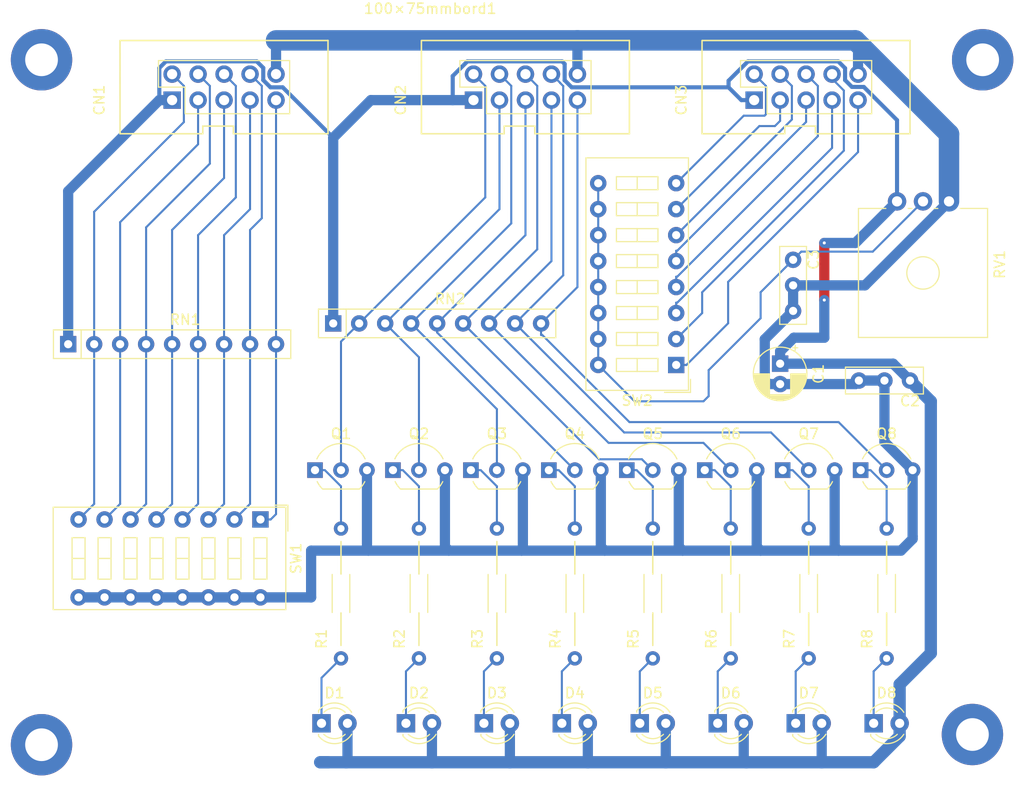
<source format=kicad_pcb>
(kicad_pcb (version 20171130) (host pcbnew "(5.1.2)-1")

  (general
    (thickness 1.6)
    (drawings 0)
    (tracks 323)
    (zones 0)
    (modules 36)
    (nets 44)
  )

  (page A4)
  (layers
    (0 F.Cu signal)
    (31 B.Cu signal)
    (32 B.Adhes user)
    (33 F.Adhes user)
    (34 B.Paste user)
    (35 F.Paste user)
    (36 B.SilkS user)
    (37 F.SilkS user)
    (38 B.Mask user)
    (39 F.Mask user)
    (40 Dwgs.User user)
    (41 Cmts.User user)
    (42 Eco1.User user)
    (43 Eco2.User user)
    (44 Edge.Cuts user)
    (45 Margin user)
    (46 B.CrtYd user)
    (47 F.CrtYd user)
    (48 B.Fab user)
    (49 F.Fab user)
  )

  (setup
    (last_trace_width 1)
    (user_trace_width 0.2)
    (user_trace_width 0.4)
    (user_trace_width 0.6)
    (user_trace_width 0.8)
    (user_trace_width 1)
    (user_trace_width 1.2)
    (user_trace_width 1.6)
    (user_trace_width 2)
    (trace_clearance 0.2)
    (zone_clearance 0.508)
    (zone_45_only no)
    (trace_min 0.1524)
    (via_size 0.6)
    (via_drill 0.3)
    (via_min_size 0.5)
    (via_min_drill 0.2)
    (user_via 0.9 0.5)
    (user_via 1.2 0.8)
    (user_via 1.4 0.9)
    (user_via 1.5 1)
    (uvia_size 0.3)
    (uvia_drill 0.1)
    (uvias_allowed no)
    (uvia_min_size 0.2)
    (uvia_min_drill 0.1)
    (edge_width 0.05)
    (segment_width 0.2)
    (pcb_text_width 0.3)
    (pcb_text_size 1.5 1.5)
    (mod_edge_width 0.12)
    (mod_text_size 1 1)
    (mod_text_width 0.15)
    (pad_size 1.524 1.524)
    (pad_drill 0.762)
    (pad_to_mask_clearance 0.051)
    (solder_mask_min_width 0.25)
    (aux_axis_origin 95.275001 134.080001)
    (grid_origin 95.275001 134.080001)
    (visible_elements 7FFFFFFF)
    (pcbplotparams
      (layerselection 0x010fc_ffffffff)
      (usegerberextensions false)
      (usegerberattributes false)
      (usegerberadvancedattributes false)
      (creategerberjobfile false)
      (excludeedgelayer true)
      (linewidth 0.100000)
      (plotframeref false)
      (viasonmask false)
      (mode 1)
      (useauxorigin false)
      (hpglpennumber 1)
      (hpglpenspeed 20)
      (hpglpendiameter 15.000000)
      (psnegative false)
      (psa4output false)
      (plotreference true)
      (plotvalue true)
      (plotinvisibletext false)
      (padsonsilk false)
      (subtractmaskfromsilk false)
      (outputformat 1)
      (mirror false)
      (drillshape 1)
      (scaleselection 1)
      (outputdirectory ""))
  )

  (net 0 "")
  (net 1 +5V)
  (net 2 GND)
  (net 3 "Net-(C3-Pad1)")
  (net 4 "Net-(CN1-Pad2)")
  (net 5 "Net-(CN1-Pad3)")
  (net 6 "Net-(CN1-Pad5)")
  (net 7 "Net-(CN1-Pad4)")
  (net 8 "Net-(CN1-Pad7)")
  (net 9 "Net-(CN1-Pad9)")
  (net 10 "Net-(CN1-Pad6)")
  (net 11 "Net-(CN1-Pad8)")
  (net 12 "Net-(CN2-Pad8)")
  (net 13 "Net-(CN2-Pad6)")
  (net 14 "Net-(CN2-Pad9)")
  (net 15 "Net-(CN2-Pad7)")
  (net 16 "Net-(CN2-Pad4)")
  (net 17 "Net-(CN2-Pad5)")
  (net 18 "Net-(CN2-Pad3)")
  (net 19 "Net-(CN2-Pad2)")
  (net 20 "Net-(CN3-Pad2)")
  (net 21 "Net-(CN3-Pad3)")
  (net 22 "Net-(CN3-Pad5)")
  (net 23 "Net-(CN3-Pad4)")
  (net 24 "Net-(CN3-Pad7)")
  (net 25 "Net-(CN3-Pad9)")
  (net 26 "Net-(CN3-Pad6)")
  (net 27 "Net-(CN3-Pad8)")
  (net 28 "Net-(D1-Pad1)")
  (net 29 "Net-(D2-Pad1)")
  (net 30 "Net-(D3-Pad1)")
  (net 31 "Net-(D4-Pad1)")
  (net 32 "Net-(D5-Pad1)")
  (net 33 "Net-(D6-Pad1)")
  (net 34 "Net-(D7-Pad1)")
  (net 35 "Net-(D8-Pad1)")
  (net 36 "Net-(Q1-Pad1)")
  (net 37 "Net-(Q2-Pad1)")
  (net 38 "Net-(Q3-Pad1)")
  (net 39 "Net-(Q4-Pad1)")
  (net 40 "Net-(Q5-Pad1)")
  (net 41 "Net-(Q6-Pad1)")
  (net 42 "Net-(Q7-Pad1)")
  (net 43 "Net-(Q8-Pad1)")

  (net_class Default "これはデフォルトのネット クラスです。"
    (clearance 0.2)
    (trace_width 0.2)
    (via_dia 0.6)
    (via_drill 0.3)
    (uvia_dia 0.3)
    (uvia_drill 0.1)
    (add_net +5V)
    (add_net GND)
    (add_net "Net-(C3-Pad1)")
    (add_net "Net-(CN1-Pad2)")
    (add_net "Net-(CN1-Pad3)")
    (add_net "Net-(CN1-Pad4)")
    (add_net "Net-(CN1-Pad5)")
    (add_net "Net-(CN1-Pad6)")
    (add_net "Net-(CN1-Pad7)")
    (add_net "Net-(CN1-Pad8)")
    (add_net "Net-(CN1-Pad9)")
    (add_net "Net-(CN2-Pad2)")
    (add_net "Net-(CN2-Pad3)")
    (add_net "Net-(CN2-Pad4)")
    (add_net "Net-(CN2-Pad5)")
    (add_net "Net-(CN2-Pad6)")
    (add_net "Net-(CN2-Pad7)")
    (add_net "Net-(CN2-Pad8)")
    (add_net "Net-(CN2-Pad9)")
    (add_net "Net-(CN3-Pad2)")
    (add_net "Net-(CN3-Pad3)")
    (add_net "Net-(CN3-Pad4)")
    (add_net "Net-(CN3-Pad5)")
    (add_net "Net-(CN3-Pad6)")
    (add_net "Net-(CN3-Pad7)")
    (add_net "Net-(CN3-Pad8)")
    (add_net "Net-(CN3-Pad9)")
    (add_net "Net-(D1-Pad1)")
    (add_net "Net-(D2-Pad1)")
    (add_net "Net-(D3-Pad1)")
    (add_net "Net-(D4-Pad1)")
    (add_net "Net-(D5-Pad1)")
    (add_net "Net-(D6-Pad1)")
    (add_net "Net-(D7-Pad1)")
    (add_net "Net-(D8-Pad1)")
    (add_net "Net-(Q1-Pad1)")
    (add_net "Net-(Q2-Pad1)")
    (add_net "Net-(Q3-Pad1)")
    (add_net "Net-(Q4-Pad1)")
    (add_net "Net-(Q5-Pad1)")
    (add_net "Net-(Q6-Pad1)")
    (add_net "Net-(Q7-Pad1)")
    (add_net "Net-(Q8-Pad1)")
  )

  (module exp:100x75mm (layer F.Cu) (tedit 61F33381) (tstamp 61F3458B)
    (at 145.275001 96.580001)
    (path /61BD0462)
    (fp_text reference 100×75mmbord1 (at -8 -38.5 180) (layer F.SilkS)
      (effects (font (size 1 1) (thickness 0.15)))
    )
    (fp_text value Bord1 (at 6 -38.5 180) (layer F.Fab)
      (effects (font (size 1 1) (thickness 0.15)))
    )
    (fp_line (start -50 -37.5) (end 50 -37.5) (layer B.Fab) (width 0.12))
    (fp_line (start 50 -37.5) (end 50 37.5) (layer B.Fab) (width 0.12))
    (fp_line (start 50 37.5) (end -50 37.5) (layer B.Fab) (width 0.12))
    (fp_line (start -50 37.5) (end -50 -37.5) (layer B.Fab) (width 0.12))
    (pad "" np_thru_hole circle (at -46 -33.5 90) (size 6 6) (drill 3.2) (layers *.Cu *.Mask))
    (pad "" np_thru_hole circle (at -46 33.5 90) (size 6 6) (drill 3.2) (layers *.Cu *.Mask))
    (pad "" np_thru_hole circle (at 45 32.5 90) (size 6 6) (drill 3.2) (layers *.Cu *.Mask))
    (pad "" np_thru_hole circle (at 46 -33.5 90) (size 6 6) (drill 3.2) (layers *.Cu *.Mask))
  )

  (module Capacitor_THT:CP_Radial_D5.0mm_P2.00mm (layer F.Cu) (tedit 5AE50EF0) (tstamp 61F3447C)
    (at 171.475001 92.805001 270)
    (descr "CP, Radial series, Radial, pin pitch=2.00mm, , diameter=5mm, Electrolytic Capacitor")
    (tags "CP Radial series Radial pin pitch 2.00mm  diameter 5mm Electrolytic Capacitor")
    (path /61AF0A8D)
    (fp_text reference C1 (at 1 -3.75 90) (layer F.SilkS)
      (effects (font (size 1 1) (thickness 0.15)))
    )
    (fp_text value CP (at 1 3.75 90) (layer F.Fab)
      (effects (font (size 1 1) (thickness 0.15)))
    )
    (fp_circle (center 1 0) (end 3.5 0) (layer F.Fab) (width 0.1))
    (fp_circle (center 1 0) (end 3.62 0) (layer F.SilkS) (width 0.12))
    (fp_circle (center 1 0) (end 3.75 0) (layer F.CrtYd) (width 0.05))
    (fp_line (start -1.133605 -1.0875) (end -0.633605 -1.0875) (layer F.Fab) (width 0.1))
    (fp_line (start -0.883605 -1.3375) (end -0.883605 -0.8375) (layer F.Fab) (width 0.1))
    (fp_line (start 1 1.04) (end 1 2.58) (layer F.SilkS) (width 0.12))
    (fp_line (start 1 -2.58) (end 1 -1.04) (layer F.SilkS) (width 0.12))
    (fp_line (start 1.04 1.04) (end 1.04 2.58) (layer F.SilkS) (width 0.12))
    (fp_line (start 1.04 -2.58) (end 1.04 -1.04) (layer F.SilkS) (width 0.12))
    (fp_line (start 1.08 -2.579) (end 1.08 -1.04) (layer F.SilkS) (width 0.12))
    (fp_line (start 1.08 1.04) (end 1.08 2.579) (layer F.SilkS) (width 0.12))
    (fp_line (start 1.12 -2.578) (end 1.12 -1.04) (layer F.SilkS) (width 0.12))
    (fp_line (start 1.12 1.04) (end 1.12 2.578) (layer F.SilkS) (width 0.12))
    (fp_line (start 1.16 -2.576) (end 1.16 -1.04) (layer F.SilkS) (width 0.12))
    (fp_line (start 1.16 1.04) (end 1.16 2.576) (layer F.SilkS) (width 0.12))
    (fp_line (start 1.2 -2.573) (end 1.2 -1.04) (layer F.SilkS) (width 0.12))
    (fp_line (start 1.2 1.04) (end 1.2 2.573) (layer F.SilkS) (width 0.12))
    (fp_line (start 1.24 -2.569) (end 1.24 -1.04) (layer F.SilkS) (width 0.12))
    (fp_line (start 1.24 1.04) (end 1.24 2.569) (layer F.SilkS) (width 0.12))
    (fp_line (start 1.28 -2.565) (end 1.28 -1.04) (layer F.SilkS) (width 0.12))
    (fp_line (start 1.28 1.04) (end 1.28 2.565) (layer F.SilkS) (width 0.12))
    (fp_line (start 1.32 -2.561) (end 1.32 -1.04) (layer F.SilkS) (width 0.12))
    (fp_line (start 1.32 1.04) (end 1.32 2.561) (layer F.SilkS) (width 0.12))
    (fp_line (start 1.36 -2.556) (end 1.36 -1.04) (layer F.SilkS) (width 0.12))
    (fp_line (start 1.36 1.04) (end 1.36 2.556) (layer F.SilkS) (width 0.12))
    (fp_line (start 1.4 -2.55) (end 1.4 -1.04) (layer F.SilkS) (width 0.12))
    (fp_line (start 1.4 1.04) (end 1.4 2.55) (layer F.SilkS) (width 0.12))
    (fp_line (start 1.44 -2.543) (end 1.44 -1.04) (layer F.SilkS) (width 0.12))
    (fp_line (start 1.44 1.04) (end 1.44 2.543) (layer F.SilkS) (width 0.12))
    (fp_line (start 1.48 -2.536) (end 1.48 -1.04) (layer F.SilkS) (width 0.12))
    (fp_line (start 1.48 1.04) (end 1.48 2.536) (layer F.SilkS) (width 0.12))
    (fp_line (start 1.52 -2.528) (end 1.52 -1.04) (layer F.SilkS) (width 0.12))
    (fp_line (start 1.52 1.04) (end 1.52 2.528) (layer F.SilkS) (width 0.12))
    (fp_line (start 1.56 -2.52) (end 1.56 -1.04) (layer F.SilkS) (width 0.12))
    (fp_line (start 1.56 1.04) (end 1.56 2.52) (layer F.SilkS) (width 0.12))
    (fp_line (start 1.6 -2.511) (end 1.6 -1.04) (layer F.SilkS) (width 0.12))
    (fp_line (start 1.6 1.04) (end 1.6 2.511) (layer F.SilkS) (width 0.12))
    (fp_line (start 1.64 -2.501) (end 1.64 -1.04) (layer F.SilkS) (width 0.12))
    (fp_line (start 1.64 1.04) (end 1.64 2.501) (layer F.SilkS) (width 0.12))
    (fp_line (start 1.68 -2.491) (end 1.68 -1.04) (layer F.SilkS) (width 0.12))
    (fp_line (start 1.68 1.04) (end 1.68 2.491) (layer F.SilkS) (width 0.12))
    (fp_line (start 1.721 -2.48) (end 1.721 -1.04) (layer F.SilkS) (width 0.12))
    (fp_line (start 1.721 1.04) (end 1.721 2.48) (layer F.SilkS) (width 0.12))
    (fp_line (start 1.761 -2.468) (end 1.761 -1.04) (layer F.SilkS) (width 0.12))
    (fp_line (start 1.761 1.04) (end 1.761 2.468) (layer F.SilkS) (width 0.12))
    (fp_line (start 1.801 -2.455) (end 1.801 -1.04) (layer F.SilkS) (width 0.12))
    (fp_line (start 1.801 1.04) (end 1.801 2.455) (layer F.SilkS) (width 0.12))
    (fp_line (start 1.841 -2.442) (end 1.841 -1.04) (layer F.SilkS) (width 0.12))
    (fp_line (start 1.841 1.04) (end 1.841 2.442) (layer F.SilkS) (width 0.12))
    (fp_line (start 1.881 -2.428) (end 1.881 -1.04) (layer F.SilkS) (width 0.12))
    (fp_line (start 1.881 1.04) (end 1.881 2.428) (layer F.SilkS) (width 0.12))
    (fp_line (start 1.921 -2.414) (end 1.921 -1.04) (layer F.SilkS) (width 0.12))
    (fp_line (start 1.921 1.04) (end 1.921 2.414) (layer F.SilkS) (width 0.12))
    (fp_line (start 1.961 -2.398) (end 1.961 -1.04) (layer F.SilkS) (width 0.12))
    (fp_line (start 1.961 1.04) (end 1.961 2.398) (layer F.SilkS) (width 0.12))
    (fp_line (start 2.001 -2.382) (end 2.001 -1.04) (layer F.SilkS) (width 0.12))
    (fp_line (start 2.001 1.04) (end 2.001 2.382) (layer F.SilkS) (width 0.12))
    (fp_line (start 2.041 -2.365) (end 2.041 -1.04) (layer F.SilkS) (width 0.12))
    (fp_line (start 2.041 1.04) (end 2.041 2.365) (layer F.SilkS) (width 0.12))
    (fp_line (start 2.081 -2.348) (end 2.081 -1.04) (layer F.SilkS) (width 0.12))
    (fp_line (start 2.081 1.04) (end 2.081 2.348) (layer F.SilkS) (width 0.12))
    (fp_line (start 2.121 -2.329) (end 2.121 -1.04) (layer F.SilkS) (width 0.12))
    (fp_line (start 2.121 1.04) (end 2.121 2.329) (layer F.SilkS) (width 0.12))
    (fp_line (start 2.161 -2.31) (end 2.161 -1.04) (layer F.SilkS) (width 0.12))
    (fp_line (start 2.161 1.04) (end 2.161 2.31) (layer F.SilkS) (width 0.12))
    (fp_line (start 2.201 -2.29) (end 2.201 -1.04) (layer F.SilkS) (width 0.12))
    (fp_line (start 2.201 1.04) (end 2.201 2.29) (layer F.SilkS) (width 0.12))
    (fp_line (start 2.241 -2.268) (end 2.241 -1.04) (layer F.SilkS) (width 0.12))
    (fp_line (start 2.241 1.04) (end 2.241 2.268) (layer F.SilkS) (width 0.12))
    (fp_line (start 2.281 -2.247) (end 2.281 -1.04) (layer F.SilkS) (width 0.12))
    (fp_line (start 2.281 1.04) (end 2.281 2.247) (layer F.SilkS) (width 0.12))
    (fp_line (start 2.321 -2.224) (end 2.321 -1.04) (layer F.SilkS) (width 0.12))
    (fp_line (start 2.321 1.04) (end 2.321 2.224) (layer F.SilkS) (width 0.12))
    (fp_line (start 2.361 -2.2) (end 2.361 -1.04) (layer F.SilkS) (width 0.12))
    (fp_line (start 2.361 1.04) (end 2.361 2.2) (layer F.SilkS) (width 0.12))
    (fp_line (start 2.401 -2.175) (end 2.401 -1.04) (layer F.SilkS) (width 0.12))
    (fp_line (start 2.401 1.04) (end 2.401 2.175) (layer F.SilkS) (width 0.12))
    (fp_line (start 2.441 -2.149) (end 2.441 -1.04) (layer F.SilkS) (width 0.12))
    (fp_line (start 2.441 1.04) (end 2.441 2.149) (layer F.SilkS) (width 0.12))
    (fp_line (start 2.481 -2.122) (end 2.481 -1.04) (layer F.SilkS) (width 0.12))
    (fp_line (start 2.481 1.04) (end 2.481 2.122) (layer F.SilkS) (width 0.12))
    (fp_line (start 2.521 -2.095) (end 2.521 -1.04) (layer F.SilkS) (width 0.12))
    (fp_line (start 2.521 1.04) (end 2.521 2.095) (layer F.SilkS) (width 0.12))
    (fp_line (start 2.561 -2.065) (end 2.561 -1.04) (layer F.SilkS) (width 0.12))
    (fp_line (start 2.561 1.04) (end 2.561 2.065) (layer F.SilkS) (width 0.12))
    (fp_line (start 2.601 -2.035) (end 2.601 -1.04) (layer F.SilkS) (width 0.12))
    (fp_line (start 2.601 1.04) (end 2.601 2.035) (layer F.SilkS) (width 0.12))
    (fp_line (start 2.641 -2.004) (end 2.641 -1.04) (layer F.SilkS) (width 0.12))
    (fp_line (start 2.641 1.04) (end 2.641 2.004) (layer F.SilkS) (width 0.12))
    (fp_line (start 2.681 -1.971) (end 2.681 -1.04) (layer F.SilkS) (width 0.12))
    (fp_line (start 2.681 1.04) (end 2.681 1.971) (layer F.SilkS) (width 0.12))
    (fp_line (start 2.721 -1.937) (end 2.721 -1.04) (layer F.SilkS) (width 0.12))
    (fp_line (start 2.721 1.04) (end 2.721 1.937) (layer F.SilkS) (width 0.12))
    (fp_line (start 2.761 -1.901) (end 2.761 -1.04) (layer F.SilkS) (width 0.12))
    (fp_line (start 2.761 1.04) (end 2.761 1.901) (layer F.SilkS) (width 0.12))
    (fp_line (start 2.801 -1.864) (end 2.801 -1.04) (layer F.SilkS) (width 0.12))
    (fp_line (start 2.801 1.04) (end 2.801 1.864) (layer F.SilkS) (width 0.12))
    (fp_line (start 2.841 -1.826) (end 2.841 -1.04) (layer F.SilkS) (width 0.12))
    (fp_line (start 2.841 1.04) (end 2.841 1.826) (layer F.SilkS) (width 0.12))
    (fp_line (start 2.881 -1.785) (end 2.881 -1.04) (layer F.SilkS) (width 0.12))
    (fp_line (start 2.881 1.04) (end 2.881 1.785) (layer F.SilkS) (width 0.12))
    (fp_line (start 2.921 -1.743) (end 2.921 -1.04) (layer F.SilkS) (width 0.12))
    (fp_line (start 2.921 1.04) (end 2.921 1.743) (layer F.SilkS) (width 0.12))
    (fp_line (start 2.961 -1.699) (end 2.961 -1.04) (layer F.SilkS) (width 0.12))
    (fp_line (start 2.961 1.04) (end 2.961 1.699) (layer F.SilkS) (width 0.12))
    (fp_line (start 3.001 -1.653) (end 3.001 -1.04) (layer F.SilkS) (width 0.12))
    (fp_line (start 3.001 1.04) (end 3.001 1.653) (layer F.SilkS) (width 0.12))
    (fp_line (start 3.041 -1.605) (end 3.041 1.605) (layer F.SilkS) (width 0.12))
    (fp_line (start 3.081 -1.554) (end 3.081 1.554) (layer F.SilkS) (width 0.12))
    (fp_line (start 3.121 -1.5) (end 3.121 1.5) (layer F.SilkS) (width 0.12))
    (fp_line (start 3.161 -1.443) (end 3.161 1.443) (layer F.SilkS) (width 0.12))
    (fp_line (start 3.201 -1.383) (end 3.201 1.383) (layer F.SilkS) (width 0.12))
    (fp_line (start 3.241 -1.319) (end 3.241 1.319) (layer F.SilkS) (width 0.12))
    (fp_line (start 3.281 -1.251) (end 3.281 1.251) (layer F.SilkS) (width 0.12))
    (fp_line (start 3.321 -1.178) (end 3.321 1.178) (layer F.SilkS) (width 0.12))
    (fp_line (start 3.361 -1.098) (end 3.361 1.098) (layer F.SilkS) (width 0.12))
    (fp_line (start 3.401 -1.011) (end 3.401 1.011) (layer F.SilkS) (width 0.12))
    (fp_line (start 3.441 -0.915) (end 3.441 0.915) (layer F.SilkS) (width 0.12))
    (fp_line (start 3.481 -0.805) (end 3.481 0.805) (layer F.SilkS) (width 0.12))
    (fp_line (start 3.521 -0.677) (end 3.521 0.677) (layer F.SilkS) (width 0.12))
    (fp_line (start 3.561 -0.518) (end 3.561 0.518) (layer F.SilkS) (width 0.12))
    (fp_line (start 3.601 -0.284) (end 3.601 0.284) (layer F.SilkS) (width 0.12))
    (fp_line (start -1.804775 -1.475) (end -1.304775 -1.475) (layer F.SilkS) (width 0.12))
    (fp_line (start -1.554775 -1.725) (end -1.554775 -1.225) (layer F.SilkS) (width 0.12))
    (fp_text user %R (at 1 0 90) (layer F.Fab)
      (effects (font (size 1 1) (thickness 0.15)))
    )
    (pad 1 thru_hole rect (at 0 0 270) (size 1.6 1.6) (drill 0.8) (layers *.Cu *.Mask)
      (net 1 +5V))
    (pad 2 thru_hole circle (at 2 0 270) (size 1.6 1.6) (drill 0.8) (layers *.Cu *.Mask)
      (net 2 GND))
    (model ${KISYS3DMOD}/Capacitor_THT.3dshapes/CP_Radial_D5.0mm_P2.00mm.wrl
      (at (xyz 0 0 0))
      (scale (xyz 1 1 1))
      (rotate (xyz 0 0 0))
    )
  )

  (module exp:C_Disc_W2.5mm_P2-5mm (layer F.Cu) (tedit 5E9DBD4C) (tstamp 61F34728)
    (at 184.175001 94.456001 180)
    (path /61AEDFB7)
    (fp_text reference C2 (at 0 -2) (layer F.SilkS)
      (effects (font (size 1 1) (thickness 0.15)))
    )
    (fp_text value C (at 0 -3) (layer F.Fab) hide
      (effects (font (size 1 1) (thickness 0.15)))
    )
    (fp_text user %R (at 1.25 0) (layer F.Fab)
      (effects (font (size 1 1) (thickness 0.15)))
    )
    (fp_line (start -1.6 1.6) (end 6.6 1.6) (layer F.CrtYd) (width 0.05))
    (fp_line (start 6.6 1.6) (end 6.6 -1.6) (layer F.CrtYd) (width 0.05))
    (fp_line (start -1.25 -1.25) (end -1.25 1.25) (layer F.Fab) (width 0.1))
    (fp_line (start 6.6 -1.6) (end -1.6 -1.6) (layer F.CrtYd) (width 0.05))
    (fp_line (start 6.31 -1.31) (end 6.31 1.31) (layer F.SilkS) (width 0.12))
    (fp_line (start -1.31 -1.31) (end -1.31 1.31) (layer F.SilkS) (width 0.12))
    (fp_line (start -1.6 -1.6) (end -1.6 1.6) (layer F.CrtYd) (width 0.05))
    (fp_line (start -1.31 1.31) (end 6.31 1.31) (layer F.SilkS) (width 0.12))
    (fp_line (start 6.25 1.25) (end 6.25 -1.25) (layer F.Fab) (width 0.1))
    (fp_line (start -1.25 1.25) (end 6.25 1.25) (layer F.Fab) (width 0.1))
    (fp_line (start -1.31 -1.31) (end 6.31 -1.31) (layer F.SilkS) (width 0.12))
    (fp_line (start 6.25 -1.25) (end -1.25 -1.25) (layer F.Fab) (width 0.1))
    (pad 2 thru_hole circle (at 5 0 180) (size 1.6 1.6) (drill 0.8) (layers *.Cu *.Mask)
      (net 2 GND))
    (pad 1 thru_hole circle (at 0 0 180) (size 1.6 1.6) (drill 0.8) (layers *.Cu *.Mask)
      (net 1 +5V))
    (pad 2 thru_hole circle (at 2.5 0 180) (size 1.6 1.6) (drill 0.8) (layers *.Cu *.Mask)
      (net 2 GND))
  )

  (module exp:C_Disc_W2.5mm_P2-5mm (layer F.Cu) (tedit 5E9DBD4C) (tstamp 61F34686)
    (at 172.745001 82.645001 270)
    (path /61D151B7/61B92E5E)
    (fp_text reference C3 (at 0 -2 90) (layer F.SilkS)
      (effects (font (size 1 1) (thickness 0.15)))
    )
    (fp_text value C (at 0 -3 90) (layer F.Fab) hide
      (effects (font (size 1 1) (thickness 0.15)))
    )
    (fp_line (start 6.25 -1.25) (end -1.25 -1.25) (layer F.Fab) (width 0.1))
    (fp_line (start -1.31 -1.31) (end 6.31 -1.31) (layer F.SilkS) (width 0.12))
    (fp_line (start -1.25 1.25) (end 6.25 1.25) (layer F.Fab) (width 0.1))
    (fp_line (start 6.25 1.25) (end 6.25 -1.25) (layer F.Fab) (width 0.1))
    (fp_line (start -1.31 1.31) (end 6.31 1.31) (layer F.SilkS) (width 0.12))
    (fp_line (start -1.6 -1.6) (end -1.6 1.6) (layer F.CrtYd) (width 0.05))
    (fp_line (start -1.31 -1.31) (end -1.31 1.31) (layer F.SilkS) (width 0.12))
    (fp_line (start 6.31 -1.31) (end 6.31 1.31) (layer F.SilkS) (width 0.12))
    (fp_line (start 6.6 -1.6) (end -1.6 -1.6) (layer F.CrtYd) (width 0.05))
    (fp_line (start -1.25 -1.25) (end -1.25 1.25) (layer F.Fab) (width 0.1))
    (fp_line (start 6.6 1.6) (end 6.6 -1.6) (layer F.CrtYd) (width 0.05))
    (fp_line (start -1.6 1.6) (end 6.6 1.6) (layer F.CrtYd) (width 0.05))
    (fp_text user %R (at 1.25 0 90) (layer F.Fab)
      (effects (font (size 1 1) (thickness 0.15)))
    )
    (pad 2 thru_hole circle (at 2.5 0 270) (size 1.6 1.6) (drill 0.8) (layers *.Cu *.Mask)
      (net 2 GND))
    (pad 1 thru_hole circle (at 0 0 270) (size 1.6 1.6) (drill 0.8) (layers *.Cu *.Mask)
      (net 3 "Net-(C3-Pad1)"))
    (pad 2 thru_hole circle (at 5 0 270) (size 1.6 1.6) (drill 0.8) (layers *.Cu *.Mask)
      (net 2 GND))
  )

  (module exp:BH-10SG (layer F.Cu) (tedit 5EF5A04E) (tstamp 61F34CDA)
    (at 112.039001 67.024001 90)
    (path /61BF4FCA/61B7F890)
    (fp_text reference CN1 (at 0 -7.12 90) (layer F.SilkS)
      (effects (font (size 1 1) (thickness 0.15)))
    )
    (fp_text value Conn_02x5 (at -5.08 0) (layer F.Fab)
      (effects (font (size 1 1) (thickness 0.15)))
    )
    (fp_line (start -3.4 15.3) (end 5.9 15.3) (layer F.CrtYd) (width 0.05))
    (fp_line (start 5.9 15.3) (end 5.9 -5.2) (layer F.CrtYd) (width 0.05))
    (fp_line (start 5.9 -5.2) (end -3.4 -5.2) (layer F.CrtYd) (width 0.05))
    (fp_line (start -1.33 1.27) (end 1.27 1.27) (layer F.SilkS) (width 0.12))
    (fp_line (start -2.54 2.9972) (end -3.29 3) (layer F.SilkS) (width 0.15))
    (fp_line (start -1.33 1.27) (end -1.33 11.49) (layer F.SilkS) (width 0.12))
    (fp_line (start 3.87 -1.33) (end 3.87 11.49) (layer F.SilkS) (width 0.12))
    (fp_line (start 3.81 -1.27) (end 3.81 11.43) (layer F.Fab) (width 0.1))
    (fp_line (start -1.33 11.49) (end 3.87 11.49) (layer F.SilkS) (width 0.12))
    (fp_line (start 1.27 -1.33) (end 3.87 -1.33) (layer F.SilkS) (width 0.12))
    (fp_line (start -2.54 2.9972) (end -2.54 5.9944) (layer F.SilkS) (width 0.15))
    (fp_line (start -2.54 5.9944) (end -3.29 5.99) (layer F.SilkS) (width 0.15))
    (fp_line (start 5.83 15.24) (end 5.83 -5.08) (layer F.SilkS) (width 0.15))
    (fp_line (start -1.27 11.43) (end -1.27 1.3081) (layer F.Fab) (width 0.1))
    (fp_line (start 1.27 1.27) (end 1.27 -1.33) (layer F.SilkS) (width 0.12))
    (fp_line (start 1.2827 -1.27) (end 3.81 -1.27) (layer F.Fab) (width 0.1))
    (fp_line (start 3.81 11.43) (end -1.27 11.43) (layer F.Fab) (width 0.1))
    (fp_line (start -3.29 5.99) (end -3.29 15.24) (layer F.SilkS) (width 0.15))
    (fp_line (start 5.8166 -5.0927) (end -3.29 -5.09) (layer F.SilkS) (width 0.15))
    (fp_line (start -3.29 3) (end -3.29 -5.09) (layer F.SilkS) (width 0.15))
    (fp_line (start 5.83 15.24) (end -3.29 15.24) (layer F.SilkS) (width 0.15))
    (fp_line (start -3.4 15.3) (end -3.4 -5.2) (layer F.CrtYd) (width 0.05))
    (pad 2 thru_hole oval (at 2.54 0 90) (size 1.7 1.7) (drill 1) (layers *.Cu *.Mask)
      (net 4 "Net-(CN1-Pad2)"))
    (pad 3 thru_hole oval (at 0 2.54 90) (size 1.7 1.7) (drill 1) (layers *.Cu *.Mask)
      (net 5 "Net-(CN1-Pad3)"))
    (pad 5 thru_hole oval (at 0 5.08 90) (size 1.7 1.7) (drill 1) (layers *.Cu *.Mask)
      (net 6 "Net-(CN1-Pad5)"))
    (pad 4 thru_hole oval (at 2.54 2.54 90) (size 1.7 1.7) (drill 1) (layers *.Cu *.Mask)
      (net 7 "Net-(CN1-Pad4)"))
    (pad 7 thru_hole oval (at 0 7.62 90) (size 1.7 1.7) (drill 1) (layers *.Cu *.Mask)
      (net 8 "Net-(CN1-Pad7)"))
    (pad 1 thru_hole rect (at 0 0 90) (size 1.7 1.7) (drill 1) (layers *.Cu *.Mask)
      (net 1 +5V))
    (pad 9 thru_hole oval (at 0 10.16 90) (size 1.7 1.7) (drill 1) (layers *.Cu *.Mask)
      (net 9 "Net-(CN1-Pad9)"))
    (pad 6 thru_hole oval (at 2.54 5.08 90) (size 1.7 1.7) (drill 1) (layers *.Cu *.Mask)
      (net 10 "Net-(CN1-Pad6)"))
    (pad 8 thru_hole oval (at 2.54 7.62 90) (size 1.7 1.7) (drill 1) (layers *.Cu *.Mask)
      (net 11 "Net-(CN1-Pad8)"))
    (pad 10 thru_hole oval (at 2.54 10.16 90) (size 1.7 1.7) (drill 1) (layers *.Cu *.Mask)
      (net 2 GND))
  )

  (module exp:BH-10SG (layer F.Cu) (tedit 5EF5A04E) (tstamp 61F346CF)
    (at 141.503001 67.024001 90)
    (path /61D1508A/61B8C12D)
    (fp_text reference CN2 (at 0 -7.12 90) (layer F.SilkS)
      (effects (font (size 1 1) (thickness 0.15)))
    )
    (fp_text value Conn_02x5 (at -5.08 0) (layer F.Fab)
      (effects (font (size 1 1) (thickness 0.15)))
    )
    (fp_line (start -3.4 15.3) (end -3.4 -5.2) (layer F.CrtYd) (width 0.05))
    (fp_line (start 5.83 15.24) (end -3.29 15.24) (layer F.SilkS) (width 0.15))
    (fp_line (start -3.29 3) (end -3.29 -5.09) (layer F.SilkS) (width 0.15))
    (fp_line (start 5.8166 -5.0927) (end -3.29 -5.09) (layer F.SilkS) (width 0.15))
    (fp_line (start -3.29 5.99) (end -3.29 15.24) (layer F.SilkS) (width 0.15))
    (fp_line (start 3.81 11.43) (end -1.27 11.43) (layer F.Fab) (width 0.1))
    (fp_line (start 1.2827 -1.27) (end 3.81 -1.27) (layer F.Fab) (width 0.1))
    (fp_line (start 1.27 1.27) (end 1.27 -1.33) (layer F.SilkS) (width 0.12))
    (fp_line (start -1.27 11.43) (end -1.27 1.3081) (layer F.Fab) (width 0.1))
    (fp_line (start 5.83 15.24) (end 5.83 -5.08) (layer F.SilkS) (width 0.15))
    (fp_line (start -2.54 5.9944) (end -3.29 5.99) (layer F.SilkS) (width 0.15))
    (fp_line (start -2.54 2.9972) (end -2.54 5.9944) (layer F.SilkS) (width 0.15))
    (fp_line (start 1.27 -1.33) (end 3.87 -1.33) (layer F.SilkS) (width 0.12))
    (fp_line (start -1.33 11.49) (end 3.87 11.49) (layer F.SilkS) (width 0.12))
    (fp_line (start 3.81 -1.27) (end 3.81 11.43) (layer F.Fab) (width 0.1))
    (fp_line (start 3.87 -1.33) (end 3.87 11.49) (layer F.SilkS) (width 0.12))
    (fp_line (start -1.33 1.27) (end -1.33 11.49) (layer F.SilkS) (width 0.12))
    (fp_line (start -2.54 2.9972) (end -3.29 3) (layer F.SilkS) (width 0.15))
    (fp_line (start -1.33 1.27) (end 1.27 1.27) (layer F.SilkS) (width 0.12))
    (fp_line (start 5.9 -5.2) (end -3.4 -5.2) (layer F.CrtYd) (width 0.05))
    (fp_line (start 5.9 15.3) (end 5.9 -5.2) (layer F.CrtYd) (width 0.05))
    (fp_line (start -3.4 15.3) (end 5.9 15.3) (layer F.CrtYd) (width 0.05))
    (pad 10 thru_hole oval (at 2.54 10.16 90) (size 1.7 1.7) (drill 1) (layers *.Cu *.Mask)
      (net 2 GND))
    (pad 8 thru_hole oval (at 2.54 7.62 90) (size 1.7 1.7) (drill 1) (layers *.Cu *.Mask)
      (net 12 "Net-(CN2-Pad8)"))
    (pad 6 thru_hole oval (at 2.54 5.08 90) (size 1.7 1.7) (drill 1) (layers *.Cu *.Mask)
      (net 13 "Net-(CN2-Pad6)"))
    (pad 9 thru_hole oval (at 0 10.16 90) (size 1.7 1.7) (drill 1) (layers *.Cu *.Mask)
      (net 14 "Net-(CN2-Pad9)"))
    (pad 1 thru_hole rect (at 0 0 90) (size 1.7 1.7) (drill 1) (layers *.Cu *.Mask)
      (net 1 +5V))
    (pad 7 thru_hole oval (at 0 7.62 90) (size 1.7 1.7) (drill 1) (layers *.Cu *.Mask)
      (net 15 "Net-(CN2-Pad7)"))
    (pad 4 thru_hole oval (at 2.54 2.54 90) (size 1.7 1.7) (drill 1) (layers *.Cu *.Mask)
      (net 16 "Net-(CN2-Pad4)"))
    (pad 5 thru_hole oval (at 0 5.08 90) (size 1.7 1.7) (drill 1) (layers *.Cu *.Mask)
      (net 17 "Net-(CN2-Pad5)"))
    (pad 3 thru_hole oval (at 0 2.54 90) (size 1.7 1.7) (drill 1) (layers *.Cu *.Mask)
      (net 18 "Net-(CN2-Pad3)"))
    (pad 2 thru_hole oval (at 2.54 0 90) (size 1.7 1.7) (drill 1) (layers *.Cu *.Mask)
      (net 19 "Net-(CN2-Pad2)"))
  )

  (module exp:BH-10SG (layer F.Cu) (tedit 5EF5A04E) (tstamp 61F345C4)
    (at 168.935001 67.024001 90)
    (path /61D151B7/61B92E6A)
    (fp_text reference CN3 (at 0 -7.12 90) (layer F.SilkS)
      (effects (font (size 1 1) (thickness 0.15)))
    )
    (fp_text value Conn_02x5 (at -5.08 0) (layer F.Fab)
      (effects (font (size 1 1) (thickness 0.15)))
    )
    (fp_line (start -3.4 15.3) (end 5.9 15.3) (layer F.CrtYd) (width 0.05))
    (fp_line (start 5.9 15.3) (end 5.9 -5.2) (layer F.CrtYd) (width 0.05))
    (fp_line (start 5.9 -5.2) (end -3.4 -5.2) (layer F.CrtYd) (width 0.05))
    (fp_line (start -1.33 1.27) (end 1.27 1.27) (layer F.SilkS) (width 0.12))
    (fp_line (start -2.54 2.9972) (end -3.29 3) (layer F.SilkS) (width 0.15))
    (fp_line (start -1.33 1.27) (end -1.33 11.49) (layer F.SilkS) (width 0.12))
    (fp_line (start 3.87 -1.33) (end 3.87 11.49) (layer F.SilkS) (width 0.12))
    (fp_line (start 3.81 -1.27) (end 3.81 11.43) (layer F.Fab) (width 0.1))
    (fp_line (start -1.33 11.49) (end 3.87 11.49) (layer F.SilkS) (width 0.12))
    (fp_line (start 1.27 -1.33) (end 3.87 -1.33) (layer F.SilkS) (width 0.12))
    (fp_line (start -2.54 2.9972) (end -2.54 5.9944) (layer F.SilkS) (width 0.15))
    (fp_line (start -2.54 5.9944) (end -3.29 5.99) (layer F.SilkS) (width 0.15))
    (fp_line (start 5.83 15.24) (end 5.83 -5.08) (layer F.SilkS) (width 0.15))
    (fp_line (start -1.27 11.43) (end -1.27 1.3081) (layer F.Fab) (width 0.1))
    (fp_line (start 1.27 1.27) (end 1.27 -1.33) (layer F.SilkS) (width 0.12))
    (fp_line (start 1.2827 -1.27) (end 3.81 -1.27) (layer F.Fab) (width 0.1))
    (fp_line (start 3.81 11.43) (end -1.27 11.43) (layer F.Fab) (width 0.1))
    (fp_line (start -3.29 5.99) (end -3.29 15.24) (layer F.SilkS) (width 0.15))
    (fp_line (start 5.8166 -5.0927) (end -3.29 -5.09) (layer F.SilkS) (width 0.15))
    (fp_line (start -3.29 3) (end -3.29 -5.09) (layer F.SilkS) (width 0.15))
    (fp_line (start 5.83 15.24) (end -3.29 15.24) (layer F.SilkS) (width 0.15))
    (fp_line (start -3.4 15.3) (end -3.4 -5.2) (layer F.CrtYd) (width 0.05))
    (pad 2 thru_hole oval (at 2.54 0 90) (size 1.7 1.7) (drill 1) (layers *.Cu *.Mask)
      (net 20 "Net-(CN3-Pad2)"))
    (pad 3 thru_hole oval (at 0 2.54 90) (size 1.7 1.7) (drill 1) (layers *.Cu *.Mask)
      (net 21 "Net-(CN3-Pad3)"))
    (pad 5 thru_hole oval (at 0 5.08 90) (size 1.7 1.7) (drill 1) (layers *.Cu *.Mask)
      (net 22 "Net-(CN3-Pad5)"))
    (pad 4 thru_hole oval (at 2.54 2.54 90) (size 1.7 1.7) (drill 1) (layers *.Cu *.Mask)
      (net 23 "Net-(CN3-Pad4)"))
    (pad 7 thru_hole oval (at 0 7.62 90) (size 1.7 1.7) (drill 1) (layers *.Cu *.Mask)
      (net 24 "Net-(CN3-Pad7)"))
    (pad 1 thru_hole rect (at 0 0 90) (size 1.7 1.7) (drill 1) (layers *.Cu *.Mask)
      (net 1 +5V))
    (pad 9 thru_hole oval (at 0 10.16 90) (size 1.7 1.7) (drill 1) (layers *.Cu *.Mask)
      (net 25 "Net-(CN3-Pad9)"))
    (pad 6 thru_hole oval (at 2.54 5.08 90) (size 1.7 1.7) (drill 1) (layers *.Cu *.Mask)
      (net 26 "Net-(CN3-Pad6)"))
    (pad 8 thru_hole oval (at 2.54 7.62 90) (size 1.7 1.7) (drill 1) (layers *.Cu *.Mask)
      (net 27 "Net-(CN3-Pad8)"))
    (pad 10 thru_hole oval (at 2.54 10.16 90) (size 1.7 1.7) (drill 1) (layers *.Cu *.Mask)
      (net 2 GND))
  )

  (module exp:LED_D3.0mm (layer F.Cu) (tedit 587A3A7B) (tstamp 61F33DD0)
    (at 126.644001 127.984001)
    (descr "LED, diameter 3.0mm, 2 pins")
    (tags "LED diameter 3.0mm 2 pins")
    (path /61D1508A/61B8C097)
    (fp_text reference D1 (at 1.27 -2.96) (layer F.SilkS)
      (effects (font (size 1 1) (thickness 0.15)))
    )
    (fp_text value LED (at 1.27 2.96) (layer F.Fab)
      (effects (font (size 1 1) (thickness 0.15)))
    )
    (fp_line (start 3.7 -2.25) (end -1.15 -2.25) (layer F.CrtYd) (width 0.05))
    (fp_line (start 3.7 2.25) (end 3.7 -2.25) (layer F.CrtYd) (width 0.05))
    (fp_line (start -1.15 2.25) (end 3.7 2.25) (layer F.CrtYd) (width 0.05))
    (fp_line (start -1.15 -2.25) (end -1.15 2.25) (layer F.CrtYd) (width 0.05))
    (fp_line (start -0.29 1.08) (end -0.29 1.236) (layer F.SilkS) (width 0.12))
    (fp_line (start -0.29 -1.236) (end -0.29 -1.08) (layer F.SilkS) (width 0.12))
    (fp_line (start -0.23 -1.16619) (end -0.23 1.16619) (layer F.Fab) (width 0.1))
    (fp_circle (center 1.27 0) (end 2.77 0) (layer F.Fab) (width 0.1))
    (fp_arc (start 1.27 0) (end 0.229039 1.08) (angle -87.9) (layer F.SilkS) (width 0.12))
    (fp_arc (start 1.27 0) (end 0.229039 -1.08) (angle 87.9) (layer F.SilkS) (width 0.12))
    (fp_arc (start 1.27 0) (end -0.29 1.235516) (angle -108.8) (layer F.SilkS) (width 0.12))
    (fp_arc (start 1.27 0) (end -0.29 -1.235516) (angle 108.8) (layer F.SilkS) (width 0.12))
    (fp_arc (start 1.27 0) (end -0.23 -1.16619) (angle 284.3) (layer F.Fab) (width 0.1))
    (pad 2 thru_hole circle (at 2.54 0) (size 1.8 1.8) (drill 0.9) (layers *.Cu *.Mask)
      (net 1 +5V))
    (pad 1 thru_hole rect (at 0 0) (size 1.8 1.8) (drill 0.9) (layers *.Cu *.Mask)
      (net 28 "Net-(D1-Pad1)"))
    (model ${KISYS3DMOD}/LED_THT.3dshapes/LED_D3.0mm.wrl
      (at (xyz 0 0 0))
      (scale (xyz 1 1 1))
      (rotate (xyz 0 0 0))
    )
  )

  (module exp:LED_D3.0mm (layer F.Cu) (tedit 587A3A7B) (tstamp 61F33D61)
    (at 134.899001 127.984001)
    (descr "LED, diameter 3.0mm, 2 pins")
    (tags "LED diameter 3.0mm 2 pins")
    (path /61D1508A/61B8C09D)
    (fp_text reference D2 (at 1.27 -2.96) (layer F.SilkS)
      (effects (font (size 1 1) (thickness 0.15)))
    )
    (fp_text value LED (at 1.27 2.96) (layer F.Fab)
      (effects (font (size 1 1) (thickness 0.15)))
    )
    (fp_arc (start 1.27 0) (end -0.23 -1.16619) (angle 284.3) (layer F.Fab) (width 0.1))
    (fp_arc (start 1.27 0) (end -0.29 -1.235516) (angle 108.8) (layer F.SilkS) (width 0.12))
    (fp_arc (start 1.27 0) (end -0.29 1.235516) (angle -108.8) (layer F.SilkS) (width 0.12))
    (fp_arc (start 1.27 0) (end 0.229039 -1.08) (angle 87.9) (layer F.SilkS) (width 0.12))
    (fp_arc (start 1.27 0) (end 0.229039 1.08) (angle -87.9) (layer F.SilkS) (width 0.12))
    (fp_circle (center 1.27 0) (end 2.77 0) (layer F.Fab) (width 0.1))
    (fp_line (start -0.23 -1.16619) (end -0.23 1.16619) (layer F.Fab) (width 0.1))
    (fp_line (start -0.29 -1.236) (end -0.29 -1.08) (layer F.SilkS) (width 0.12))
    (fp_line (start -0.29 1.08) (end -0.29 1.236) (layer F.SilkS) (width 0.12))
    (fp_line (start -1.15 -2.25) (end -1.15 2.25) (layer F.CrtYd) (width 0.05))
    (fp_line (start -1.15 2.25) (end 3.7 2.25) (layer F.CrtYd) (width 0.05))
    (fp_line (start 3.7 2.25) (end 3.7 -2.25) (layer F.CrtYd) (width 0.05))
    (fp_line (start 3.7 -2.25) (end -1.15 -2.25) (layer F.CrtYd) (width 0.05))
    (pad 1 thru_hole rect (at 0 0) (size 1.8 1.8) (drill 0.9) (layers *.Cu *.Mask)
      (net 29 "Net-(D2-Pad1)"))
    (pad 2 thru_hole circle (at 2.54 0) (size 1.8 1.8) (drill 0.9) (layers *.Cu *.Mask)
      (net 1 +5V))
    (model ${KISYS3DMOD}/LED_THT.3dshapes/LED_D3.0mm.wrl
      (at (xyz 0 0 0))
      (scale (xyz 1 1 1))
      (rotate (xyz 0 0 0))
    )
  )

  (module exp:LED_D3.0mm (layer F.Cu) (tedit 587A3A7B) (tstamp 61F33E75)
    (at 142.519001 127.984001)
    (descr "LED, diameter 3.0mm, 2 pins")
    (tags "LED diameter 3.0mm 2 pins")
    (path /61D1508A/61B8C0A3)
    (fp_text reference D3 (at 1.27 -2.96) (layer F.SilkS)
      (effects (font (size 1 1) (thickness 0.15)))
    )
    (fp_text value LED (at 1.27 2.96) (layer F.Fab)
      (effects (font (size 1 1) (thickness 0.15)))
    )
    (fp_line (start 3.7 -2.25) (end -1.15 -2.25) (layer F.CrtYd) (width 0.05))
    (fp_line (start 3.7 2.25) (end 3.7 -2.25) (layer F.CrtYd) (width 0.05))
    (fp_line (start -1.15 2.25) (end 3.7 2.25) (layer F.CrtYd) (width 0.05))
    (fp_line (start -1.15 -2.25) (end -1.15 2.25) (layer F.CrtYd) (width 0.05))
    (fp_line (start -0.29 1.08) (end -0.29 1.236) (layer F.SilkS) (width 0.12))
    (fp_line (start -0.29 -1.236) (end -0.29 -1.08) (layer F.SilkS) (width 0.12))
    (fp_line (start -0.23 -1.16619) (end -0.23 1.16619) (layer F.Fab) (width 0.1))
    (fp_circle (center 1.27 0) (end 2.77 0) (layer F.Fab) (width 0.1))
    (fp_arc (start 1.27 0) (end 0.229039 1.08) (angle -87.9) (layer F.SilkS) (width 0.12))
    (fp_arc (start 1.27 0) (end 0.229039 -1.08) (angle 87.9) (layer F.SilkS) (width 0.12))
    (fp_arc (start 1.27 0) (end -0.29 1.235516) (angle -108.8) (layer F.SilkS) (width 0.12))
    (fp_arc (start 1.27 0) (end -0.29 -1.235516) (angle 108.8) (layer F.SilkS) (width 0.12))
    (fp_arc (start 1.27 0) (end -0.23 -1.16619) (angle 284.3) (layer F.Fab) (width 0.1))
    (pad 2 thru_hole circle (at 2.54 0) (size 1.8 1.8) (drill 0.9) (layers *.Cu *.Mask)
      (net 1 +5V))
    (pad 1 thru_hole rect (at 0 0) (size 1.8 1.8) (drill 0.9) (layers *.Cu *.Mask)
      (net 30 "Net-(D3-Pad1)"))
    (model ${KISYS3DMOD}/LED_THT.3dshapes/LED_D3.0mm.wrl
      (at (xyz 0 0 0))
      (scale (xyz 1 1 1))
      (rotate (xyz 0 0 0))
    )
  )

  (module exp:LED_D3.0mm (layer F.Cu) (tedit 587A3A7B) (tstamp 61F33EE4)
    (at 150.139001 127.984001)
    (descr "LED, diameter 3.0mm, 2 pins")
    (tags "LED diameter 3.0mm 2 pins")
    (path /61D1508A/61B8C0A9)
    (fp_text reference D4 (at 1.27 -2.96) (layer F.SilkS)
      (effects (font (size 1 1) (thickness 0.15)))
    )
    (fp_text value LED (at 1.27 2.96) (layer F.Fab)
      (effects (font (size 1 1) (thickness 0.15)))
    )
    (fp_arc (start 1.27 0) (end -0.23 -1.16619) (angle 284.3) (layer F.Fab) (width 0.1))
    (fp_arc (start 1.27 0) (end -0.29 -1.235516) (angle 108.8) (layer F.SilkS) (width 0.12))
    (fp_arc (start 1.27 0) (end -0.29 1.235516) (angle -108.8) (layer F.SilkS) (width 0.12))
    (fp_arc (start 1.27 0) (end 0.229039 -1.08) (angle 87.9) (layer F.SilkS) (width 0.12))
    (fp_arc (start 1.27 0) (end 0.229039 1.08) (angle -87.9) (layer F.SilkS) (width 0.12))
    (fp_circle (center 1.27 0) (end 2.77 0) (layer F.Fab) (width 0.1))
    (fp_line (start -0.23 -1.16619) (end -0.23 1.16619) (layer F.Fab) (width 0.1))
    (fp_line (start -0.29 -1.236) (end -0.29 -1.08) (layer F.SilkS) (width 0.12))
    (fp_line (start -0.29 1.08) (end -0.29 1.236) (layer F.SilkS) (width 0.12))
    (fp_line (start -1.15 -2.25) (end -1.15 2.25) (layer F.CrtYd) (width 0.05))
    (fp_line (start -1.15 2.25) (end 3.7 2.25) (layer F.CrtYd) (width 0.05))
    (fp_line (start 3.7 2.25) (end 3.7 -2.25) (layer F.CrtYd) (width 0.05))
    (fp_line (start 3.7 -2.25) (end -1.15 -2.25) (layer F.CrtYd) (width 0.05))
    (pad 1 thru_hole rect (at 0 0) (size 1.8 1.8) (drill 0.9) (layers *.Cu *.Mask)
      (net 31 "Net-(D4-Pad1)"))
    (pad 2 thru_hole circle (at 2.54 0) (size 1.8 1.8) (drill 0.9) (layers *.Cu *.Mask)
      (net 1 +5V))
    (model ${KISYS3DMOD}/LED_THT.3dshapes/LED_D3.0mm.wrl
      (at (xyz 0 0 0))
      (scale (xyz 1 1 1))
      (rotate (xyz 0 0 0))
    )
  )

  (module exp:LED_D3.0mm (layer F.Cu) (tedit 587A3A7B) (tstamp 61F33D2B)
    (at 157.759001 127.984001)
    (descr "LED, diameter 3.0mm, 2 pins")
    (tags "LED diameter 3.0mm 2 pins")
    (path /61D1508A/61B8C0AF)
    (fp_text reference D5 (at 1.27 -2.96) (layer F.SilkS)
      (effects (font (size 1 1) (thickness 0.15)))
    )
    (fp_text value LED (at 1.27 2.96) (layer F.Fab)
      (effects (font (size 1 1) (thickness 0.15)))
    )
    (fp_line (start 3.7 -2.25) (end -1.15 -2.25) (layer F.CrtYd) (width 0.05))
    (fp_line (start 3.7 2.25) (end 3.7 -2.25) (layer F.CrtYd) (width 0.05))
    (fp_line (start -1.15 2.25) (end 3.7 2.25) (layer F.CrtYd) (width 0.05))
    (fp_line (start -1.15 -2.25) (end -1.15 2.25) (layer F.CrtYd) (width 0.05))
    (fp_line (start -0.29 1.08) (end -0.29 1.236) (layer F.SilkS) (width 0.12))
    (fp_line (start -0.29 -1.236) (end -0.29 -1.08) (layer F.SilkS) (width 0.12))
    (fp_line (start -0.23 -1.16619) (end -0.23 1.16619) (layer F.Fab) (width 0.1))
    (fp_circle (center 1.27 0) (end 2.77 0) (layer F.Fab) (width 0.1))
    (fp_arc (start 1.27 0) (end 0.229039 1.08) (angle -87.9) (layer F.SilkS) (width 0.12))
    (fp_arc (start 1.27 0) (end 0.229039 -1.08) (angle 87.9) (layer F.SilkS) (width 0.12))
    (fp_arc (start 1.27 0) (end -0.29 1.235516) (angle -108.8) (layer F.SilkS) (width 0.12))
    (fp_arc (start 1.27 0) (end -0.29 -1.235516) (angle 108.8) (layer F.SilkS) (width 0.12))
    (fp_arc (start 1.27 0) (end -0.23 -1.16619) (angle 284.3) (layer F.Fab) (width 0.1))
    (pad 2 thru_hole circle (at 2.54 0) (size 1.8 1.8) (drill 0.9) (layers *.Cu *.Mask)
      (net 1 +5V))
    (pad 1 thru_hole rect (at 0 0) (size 1.8 1.8) (drill 0.9) (layers *.Cu *.Mask)
      (net 32 "Net-(D5-Pad1)"))
    (model ${KISYS3DMOD}/LED_THT.3dshapes/LED_D3.0mm.wrl
      (at (xyz 0 0 0))
      (scale (xyz 1 1 1))
      (rotate (xyz 0 0 0))
    )
  )

  (module exp:LED_D3.0mm (layer F.Cu) (tedit 587A3A7B) (tstamp 61F33C86)
    (at 165.379001 127.984001)
    (descr "LED, diameter 3.0mm, 2 pins")
    (tags "LED diameter 3.0mm 2 pins")
    (path /61D1508A/61B8C0B5)
    (fp_text reference D6 (at 1.27 -2.96) (layer F.SilkS)
      (effects (font (size 1 1) (thickness 0.15)))
    )
    (fp_text value LED (at 1.27 2.96) (layer F.Fab)
      (effects (font (size 1 1) (thickness 0.15)))
    )
    (fp_arc (start 1.27 0) (end -0.23 -1.16619) (angle 284.3) (layer F.Fab) (width 0.1))
    (fp_arc (start 1.27 0) (end -0.29 -1.235516) (angle 108.8) (layer F.SilkS) (width 0.12))
    (fp_arc (start 1.27 0) (end -0.29 1.235516) (angle -108.8) (layer F.SilkS) (width 0.12))
    (fp_arc (start 1.27 0) (end 0.229039 -1.08) (angle 87.9) (layer F.SilkS) (width 0.12))
    (fp_arc (start 1.27 0) (end 0.229039 1.08) (angle -87.9) (layer F.SilkS) (width 0.12))
    (fp_circle (center 1.27 0) (end 2.77 0) (layer F.Fab) (width 0.1))
    (fp_line (start -0.23 -1.16619) (end -0.23 1.16619) (layer F.Fab) (width 0.1))
    (fp_line (start -0.29 -1.236) (end -0.29 -1.08) (layer F.SilkS) (width 0.12))
    (fp_line (start -0.29 1.08) (end -0.29 1.236) (layer F.SilkS) (width 0.12))
    (fp_line (start -1.15 -2.25) (end -1.15 2.25) (layer F.CrtYd) (width 0.05))
    (fp_line (start -1.15 2.25) (end 3.7 2.25) (layer F.CrtYd) (width 0.05))
    (fp_line (start 3.7 2.25) (end 3.7 -2.25) (layer F.CrtYd) (width 0.05))
    (fp_line (start 3.7 -2.25) (end -1.15 -2.25) (layer F.CrtYd) (width 0.05))
    (pad 1 thru_hole rect (at 0 0) (size 1.8 1.8) (drill 0.9) (layers *.Cu *.Mask)
      (net 33 "Net-(D6-Pad1)"))
    (pad 2 thru_hole circle (at 2.54 0) (size 1.8 1.8) (drill 0.9) (layers *.Cu *.Mask)
      (net 1 +5V))
    (model ${KISYS3DMOD}/LED_THT.3dshapes/LED_D3.0mm.wrl
      (at (xyz 0 0 0))
      (scale (xyz 1 1 1))
      (rotate (xyz 0 0 0))
    )
  )

  (module exp:LED_D3.0mm (layer F.Cu) (tedit 587A3A7B) (tstamp 61F33CF5)
    (at 172.999001 127.984001)
    (descr "LED, diameter 3.0mm, 2 pins")
    (tags "LED diameter 3.0mm 2 pins")
    (path /61D1508A/61B8C0C1)
    (fp_text reference D7 (at 1.27 -2.96) (layer F.SilkS)
      (effects (font (size 1 1) (thickness 0.15)))
    )
    (fp_text value LED (at 1.27 2.96) (layer F.Fab)
      (effects (font (size 1 1) (thickness 0.15)))
    )
    (fp_arc (start 1.27 0) (end -0.23 -1.16619) (angle 284.3) (layer F.Fab) (width 0.1))
    (fp_arc (start 1.27 0) (end -0.29 -1.235516) (angle 108.8) (layer F.SilkS) (width 0.12))
    (fp_arc (start 1.27 0) (end -0.29 1.235516) (angle -108.8) (layer F.SilkS) (width 0.12))
    (fp_arc (start 1.27 0) (end 0.229039 -1.08) (angle 87.9) (layer F.SilkS) (width 0.12))
    (fp_arc (start 1.27 0) (end 0.229039 1.08) (angle -87.9) (layer F.SilkS) (width 0.12))
    (fp_circle (center 1.27 0) (end 2.77 0) (layer F.Fab) (width 0.1))
    (fp_line (start -0.23 -1.16619) (end -0.23 1.16619) (layer F.Fab) (width 0.1))
    (fp_line (start -0.29 -1.236) (end -0.29 -1.08) (layer F.SilkS) (width 0.12))
    (fp_line (start -0.29 1.08) (end -0.29 1.236) (layer F.SilkS) (width 0.12))
    (fp_line (start -1.15 -2.25) (end -1.15 2.25) (layer F.CrtYd) (width 0.05))
    (fp_line (start -1.15 2.25) (end 3.7 2.25) (layer F.CrtYd) (width 0.05))
    (fp_line (start 3.7 2.25) (end 3.7 -2.25) (layer F.CrtYd) (width 0.05))
    (fp_line (start 3.7 -2.25) (end -1.15 -2.25) (layer F.CrtYd) (width 0.05))
    (pad 1 thru_hole rect (at 0 0) (size 1.8 1.8) (drill 0.9) (layers *.Cu *.Mask)
      (net 34 "Net-(D7-Pad1)"))
    (pad 2 thru_hole circle (at 2.54 0) (size 1.8 1.8) (drill 0.9) (layers *.Cu *.Mask)
      (net 1 +5V))
    (model ${KISYS3DMOD}/LED_THT.3dshapes/LED_D3.0mm.wrl
      (at (xyz 0 0 0))
      (scale (xyz 1 1 1))
      (rotate (xyz 0 0 0))
    )
  )

  (module exp:LED_D3.0mm (layer F.Cu) (tedit 587A3A7B) (tstamp 61F33E06)
    (at 180.619001 127.984001)
    (descr "LED, diameter 3.0mm, 2 pins")
    (tags "LED diameter 3.0mm 2 pins")
    (path /61D1508A/61B8C0BB)
    (fp_text reference D8 (at 1.27 -2.96) (layer F.SilkS)
      (effects (font (size 1 1) (thickness 0.15)))
    )
    (fp_text value LED (at 1.27 2.96) (layer F.Fab)
      (effects (font (size 1 1) (thickness 0.15)))
    )
    (fp_line (start 3.7 -2.25) (end -1.15 -2.25) (layer F.CrtYd) (width 0.05))
    (fp_line (start 3.7 2.25) (end 3.7 -2.25) (layer F.CrtYd) (width 0.05))
    (fp_line (start -1.15 2.25) (end 3.7 2.25) (layer F.CrtYd) (width 0.05))
    (fp_line (start -1.15 -2.25) (end -1.15 2.25) (layer F.CrtYd) (width 0.05))
    (fp_line (start -0.29 1.08) (end -0.29 1.236) (layer F.SilkS) (width 0.12))
    (fp_line (start -0.29 -1.236) (end -0.29 -1.08) (layer F.SilkS) (width 0.12))
    (fp_line (start -0.23 -1.16619) (end -0.23 1.16619) (layer F.Fab) (width 0.1))
    (fp_circle (center 1.27 0) (end 2.77 0) (layer F.Fab) (width 0.1))
    (fp_arc (start 1.27 0) (end 0.229039 1.08) (angle -87.9) (layer F.SilkS) (width 0.12))
    (fp_arc (start 1.27 0) (end 0.229039 -1.08) (angle 87.9) (layer F.SilkS) (width 0.12))
    (fp_arc (start 1.27 0) (end -0.29 1.235516) (angle -108.8) (layer F.SilkS) (width 0.12))
    (fp_arc (start 1.27 0) (end -0.29 -1.235516) (angle 108.8) (layer F.SilkS) (width 0.12))
    (fp_arc (start 1.27 0) (end -0.23 -1.16619) (angle 284.3) (layer F.Fab) (width 0.1))
    (pad 2 thru_hole circle (at 2.54 0) (size 1.8 1.8) (drill 0.9) (layers *.Cu *.Mask)
      (net 1 +5V))
    (pad 1 thru_hole rect (at 0 0) (size 1.8 1.8) (drill 0.9) (layers *.Cu *.Mask)
      (net 35 "Net-(D8-Pad1)"))
    (model ${KISYS3DMOD}/LED_THT.3dshapes/LED_D3.0mm.wrl
      (at (xyz 0 0 0))
      (scale (xyz 1 1 1))
      (rotate (xyz 0 0 0))
    )
  )

  (module exp:TO-92_Inline_Wide (layer F.Cu) (tedit 58CE52AF) (tstamp 61F33CBD)
    (at 126.009001 103.219001)
    (descr "TO-92 leads in-line, wide, drill 0.8mm (see NXP sot054_po.pdf)")
    (tags "to-92 sc-43 sc-43a sot54 PA33 transistor")
    (path /61D1508A/61B8C0F7)
    (fp_text reference Q1 (at 2.54 -3.56 180) (layer F.SilkS)
      (effects (font (size 1 1) (thickness 0.15)))
    )
    (fp_text value BS170 (at 2.54 2.79) (layer F.Fab)
      (effects (font (size 1 1) (thickness 0.15)))
    )
    (fp_text user %R (at 2.54 -3.56 180) (layer F.Fab)
      (effects (font (size 1 1) (thickness 0.15)))
    )
    (fp_line (start 0.74 1.85) (end 4.34 1.85) (layer F.SilkS) (width 0.12))
    (fp_line (start 0.8 1.75) (end 4.3 1.75) (layer F.Fab) (width 0.1))
    (fp_line (start -1.01 -2.73) (end 6.09 -2.73) (layer F.CrtYd) (width 0.05))
    (fp_line (start -1.01 -2.73) (end -1.01 2.01) (layer F.CrtYd) (width 0.05))
    (fp_line (start 6.09 2.01) (end 6.09 -2.73) (layer F.CrtYd) (width 0.05))
    (fp_line (start 6.09 2.01) (end -1.01 2.01) (layer F.CrtYd) (width 0.05))
    (fp_arc (start 2.54 0) (end 0.74 1.85) (angle 20) (layer F.SilkS) (width 0.12))
    (fp_arc (start 2.54 0) (end 2.54 -2.6) (angle -65) (layer F.SilkS) (width 0.12))
    (fp_arc (start 2.54 0) (end 2.54 -2.6) (angle 65) (layer F.SilkS) (width 0.12))
    (fp_arc (start 2.54 0) (end 2.54 -2.48) (angle 135) (layer F.Fab) (width 0.1))
    (fp_arc (start 2.54 0) (end 2.54 -2.48) (angle -135) (layer F.Fab) (width 0.1))
    (fp_arc (start 2.54 0) (end 4.34 1.85) (angle -20) (layer F.SilkS) (width 0.12))
    (pad 2 thru_hole circle (at 2.54 0 90) (size 1.52 1.52) (drill 0.8) (layers *.Cu *.Mask)
      (net 19 "Net-(CN2-Pad2)"))
    (pad 3 thru_hole circle (at 5.08 0 90) (size 1.52 1.52) (drill 0.8) (layers *.Cu *.Mask)
      (net 2 GND))
    (pad 1 thru_hole rect (at 0 0 90) (size 1.52 1.52) (drill 0.8) (layers *.Cu *.Mask)
      (net 36 "Net-(Q1-Pad1)"))
    (model ${KISYS3DMOD}/TO_SOT_Packages_THT.3dshapes/TO-92_Inline_Wide.wrl
      (offset (xyz 2.539999961853027 0 0))
      (scale (xyz 1 1 1))
      (rotate (xyz 0 0 -90))
    )
  )

  (module exp:TO-92_Inline_Wide (layer F.Cu) (tedit 58CE52AF) (tstamp 61F33C4E)
    (at 133.629001 103.219001)
    (descr "TO-92 leads in-line, wide, drill 0.8mm (see NXP sot054_po.pdf)")
    (tags "to-92 sc-43 sc-43a sot54 PA33 transistor")
    (path /61D1508A/61B8C0FD)
    (fp_text reference Q2 (at 2.54 -3.56 180) (layer F.SilkS)
      (effects (font (size 1 1) (thickness 0.15)))
    )
    (fp_text value BS170 (at 2.54 2.79) (layer F.Fab)
      (effects (font (size 1 1) (thickness 0.15)))
    )
    (fp_text user %R (at 2.54 -3.56 180) (layer F.Fab)
      (effects (font (size 1 1) (thickness 0.15)))
    )
    (fp_line (start 0.74 1.85) (end 4.34 1.85) (layer F.SilkS) (width 0.12))
    (fp_line (start 0.8 1.75) (end 4.3 1.75) (layer F.Fab) (width 0.1))
    (fp_line (start -1.01 -2.73) (end 6.09 -2.73) (layer F.CrtYd) (width 0.05))
    (fp_line (start -1.01 -2.73) (end -1.01 2.01) (layer F.CrtYd) (width 0.05))
    (fp_line (start 6.09 2.01) (end 6.09 -2.73) (layer F.CrtYd) (width 0.05))
    (fp_line (start 6.09 2.01) (end -1.01 2.01) (layer F.CrtYd) (width 0.05))
    (fp_arc (start 2.54 0) (end 0.74 1.85) (angle 20) (layer F.SilkS) (width 0.12))
    (fp_arc (start 2.54 0) (end 2.54 -2.6) (angle -65) (layer F.SilkS) (width 0.12))
    (fp_arc (start 2.54 0) (end 2.54 -2.6) (angle 65) (layer F.SilkS) (width 0.12))
    (fp_arc (start 2.54 0) (end 2.54 -2.48) (angle 135) (layer F.Fab) (width 0.1))
    (fp_arc (start 2.54 0) (end 2.54 -2.48) (angle -135) (layer F.Fab) (width 0.1))
    (fp_arc (start 2.54 0) (end 4.34 1.85) (angle -20) (layer F.SilkS) (width 0.12))
    (pad 2 thru_hole circle (at 2.54 0 90) (size 1.52 1.52) (drill 0.8) (layers *.Cu *.Mask)
      (net 18 "Net-(CN2-Pad3)"))
    (pad 3 thru_hole circle (at 5.08 0 90) (size 1.52 1.52) (drill 0.8) (layers *.Cu *.Mask)
      (net 2 GND))
    (pad 1 thru_hole rect (at 0 0 90) (size 1.52 1.52) (drill 0.8) (layers *.Cu *.Mask)
      (net 37 "Net-(Q2-Pad1)"))
    (model ${KISYS3DMOD}/TO_SOT_Packages_THT.3dshapes/TO-92_Inline_Wide.wrl
      (offset (xyz 2.539999961853027 0 0))
      (scale (xyz 1 1 1))
      (rotate (xyz 0 0 -90))
    )
  )

  (module exp:TO-92_Inline_Wide (layer F.Cu) (tedit 58CE52AF) (tstamp 61F33EAC)
    (at 141.249001 103.219001)
    (descr "TO-92 leads in-line, wide, drill 0.8mm (see NXP sot054_po.pdf)")
    (tags "to-92 sc-43 sc-43a sot54 PA33 transistor")
    (path /61D1508A/61B8C103)
    (fp_text reference Q3 (at 2.54 -3.56 180) (layer F.SilkS)
      (effects (font (size 1 1) (thickness 0.15)))
    )
    (fp_text value BS170 (at 2.54 2.79) (layer F.Fab)
      (effects (font (size 1 1) (thickness 0.15)))
    )
    (fp_arc (start 2.54 0) (end 4.34 1.85) (angle -20) (layer F.SilkS) (width 0.12))
    (fp_arc (start 2.54 0) (end 2.54 -2.48) (angle -135) (layer F.Fab) (width 0.1))
    (fp_arc (start 2.54 0) (end 2.54 -2.48) (angle 135) (layer F.Fab) (width 0.1))
    (fp_arc (start 2.54 0) (end 2.54 -2.6) (angle 65) (layer F.SilkS) (width 0.12))
    (fp_arc (start 2.54 0) (end 2.54 -2.6) (angle -65) (layer F.SilkS) (width 0.12))
    (fp_arc (start 2.54 0) (end 0.74 1.85) (angle 20) (layer F.SilkS) (width 0.12))
    (fp_line (start 6.09 2.01) (end -1.01 2.01) (layer F.CrtYd) (width 0.05))
    (fp_line (start 6.09 2.01) (end 6.09 -2.73) (layer F.CrtYd) (width 0.05))
    (fp_line (start -1.01 -2.73) (end -1.01 2.01) (layer F.CrtYd) (width 0.05))
    (fp_line (start -1.01 -2.73) (end 6.09 -2.73) (layer F.CrtYd) (width 0.05))
    (fp_line (start 0.8 1.75) (end 4.3 1.75) (layer F.Fab) (width 0.1))
    (fp_line (start 0.74 1.85) (end 4.34 1.85) (layer F.SilkS) (width 0.12))
    (fp_text user %R (at 2.54 -3.56 180) (layer F.Fab)
      (effects (font (size 1 1) (thickness 0.15)))
    )
    (pad 1 thru_hole rect (at 0 0 90) (size 1.52 1.52) (drill 0.8) (layers *.Cu *.Mask)
      (net 38 "Net-(Q3-Pad1)"))
    (pad 3 thru_hole circle (at 5.08 0 90) (size 1.52 1.52) (drill 0.8) (layers *.Cu *.Mask)
      (net 2 GND))
    (pad 2 thru_hole circle (at 2.54 0 90) (size 1.52 1.52) (drill 0.8) (layers *.Cu *.Mask)
      (net 16 "Net-(CN2-Pad4)"))
    (model ${KISYS3DMOD}/TO_SOT_Packages_THT.3dshapes/TO-92_Inline_Wide.wrl
      (offset (xyz 2.539999961853027 0 0))
      (scale (xyz 1 1 1))
      (rotate (xyz 0 0 -90))
    )
  )

  (module exp:TO-92_Inline_Wide (layer F.Cu) (tedit 58CE52AF) (tstamp 61F33B31)
    (at 148.869001 103.219001)
    (descr "TO-92 leads in-line, wide, drill 0.8mm (see NXP sot054_po.pdf)")
    (tags "to-92 sc-43 sc-43a sot54 PA33 transistor")
    (path /61D1508A/61B8C109)
    (fp_text reference Q4 (at 2.54 -3.56 180) (layer F.SilkS)
      (effects (font (size 1 1) (thickness 0.15)))
    )
    (fp_text value BS170 (at 2.54 2.79) (layer F.Fab)
      (effects (font (size 1 1) (thickness 0.15)))
    )
    (fp_arc (start 2.54 0) (end 4.34 1.85) (angle -20) (layer F.SilkS) (width 0.12))
    (fp_arc (start 2.54 0) (end 2.54 -2.48) (angle -135) (layer F.Fab) (width 0.1))
    (fp_arc (start 2.54 0) (end 2.54 -2.48) (angle 135) (layer F.Fab) (width 0.1))
    (fp_arc (start 2.54 0) (end 2.54 -2.6) (angle 65) (layer F.SilkS) (width 0.12))
    (fp_arc (start 2.54 0) (end 2.54 -2.6) (angle -65) (layer F.SilkS) (width 0.12))
    (fp_arc (start 2.54 0) (end 0.74 1.85) (angle 20) (layer F.SilkS) (width 0.12))
    (fp_line (start 6.09 2.01) (end -1.01 2.01) (layer F.CrtYd) (width 0.05))
    (fp_line (start 6.09 2.01) (end 6.09 -2.73) (layer F.CrtYd) (width 0.05))
    (fp_line (start -1.01 -2.73) (end -1.01 2.01) (layer F.CrtYd) (width 0.05))
    (fp_line (start -1.01 -2.73) (end 6.09 -2.73) (layer F.CrtYd) (width 0.05))
    (fp_line (start 0.8 1.75) (end 4.3 1.75) (layer F.Fab) (width 0.1))
    (fp_line (start 0.74 1.85) (end 4.34 1.85) (layer F.SilkS) (width 0.12))
    (fp_text user %R (at 2.54 -3.56 180) (layer F.Fab)
      (effects (font (size 1 1) (thickness 0.15)))
    )
    (pad 1 thru_hole rect (at 0 0 90) (size 1.52 1.52) (drill 0.8) (layers *.Cu *.Mask)
      (net 39 "Net-(Q4-Pad1)"))
    (pad 3 thru_hole circle (at 5.08 0 90) (size 1.52 1.52) (drill 0.8) (layers *.Cu *.Mask)
      (net 2 GND))
    (pad 2 thru_hole circle (at 2.54 0 90) (size 1.52 1.52) (drill 0.8) (layers *.Cu *.Mask)
      (net 17 "Net-(CN2-Pad5)"))
    (model ${KISYS3DMOD}/TO_SOT_Packages_THT.3dshapes/TO-92_Inline_Wide.wrl
      (offset (xyz 2.539999961853027 0 0))
      (scale (xyz 1 1 1))
      (rotate (xyz 0 0 -90))
    )
  )

  (module exp:TO-92_Inline_Wide (layer F.Cu) (tedit 58CE52AF) (tstamp 61F33E3D)
    (at 156.489001 103.219001)
    (descr "TO-92 leads in-line, wide, drill 0.8mm (see NXP sot054_po.pdf)")
    (tags "to-92 sc-43 sc-43a sot54 PA33 transistor")
    (path /61D1508A/61B8C10F)
    (fp_text reference Q5 (at 2.54 -3.56 180) (layer F.SilkS)
      (effects (font (size 1 1) (thickness 0.15)))
    )
    (fp_text value BS170 (at 2.54 2.79) (layer F.Fab)
      (effects (font (size 1 1) (thickness 0.15)))
    )
    (fp_arc (start 2.54 0) (end 4.34 1.85) (angle -20) (layer F.SilkS) (width 0.12))
    (fp_arc (start 2.54 0) (end 2.54 -2.48) (angle -135) (layer F.Fab) (width 0.1))
    (fp_arc (start 2.54 0) (end 2.54 -2.48) (angle 135) (layer F.Fab) (width 0.1))
    (fp_arc (start 2.54 0) (end 2.54 -2.6) (angle 65) (layer F.SilkS) (width 0.12))
    (fp_arc (start 2.54 0) (end 2.54 -2.6) (angle -65) (layer F.SilkS) (width 0.12))
    (fp_arc (start 2.54 0) (end 0.74 1.85) (angle 20) (layer F.SilkS) (width 0.12))
    (fp_line (start 6.09 2.01) (end -1.01 2.01) (layer F.CrtYd) (width 0.05))
    (fp_line (start 6.09 2.01) (end 6.09 -2.73) (layer F.CrtYd) (width 0.05))
    (fp_line (start -1.01 -2.73) (end -1.01 2.01) (layer F.CrtYd) (width 0.05))
    (fp_line (start -1.01 -2.73) (end 6.09 -2.73) (layer F.CrtYd) (width 0.05))
    (fp_line (start 0.8 1.75) (end 4.3 1.75) (layer F.Fab) (width 0.1))
    (fp_line (start 0.74 1.85) (end 4.34 1.85) (layer F.SilkS) (width 0.12))
    (fp_text user %R (at 2.54 -3.56 180) (layer F.Fab)
      (effects (font (size 1 1) (thickness 0.15)))
    )
    (pad 1 thru_hole rect (at 0 0 90) (size 1.52 1.52) (drill 0.8) (layers *.Cu *.Mask)
      (net 40 "Net-(Q5-Pad1)"))
    (pad 3 thru_hole circle (at 5.08 0 90) (size 1.52 1.52) (drill 0.8) (layers *.Cu *.Mask)
      (net 2 GND))
    (pad 2 thru_hole circle (at 2.54 0 90) (size 1.52 1.52) (drill 0.8) (layers *.Cu *.Mask)
      (net 13 "Net-(CN2-Pad6)"))
    (model ${KISYS3DMOD}/TO_SOT_Packages_THT.3dshapes/TO-92_Inline_Wide.wrl
      (offset (xyz 2.539999961853027 0 0))
      (scale (xyz 1 1 1))
      (rotate (xyz 0 0 -90))
    )
  )

  (module exp:TO-92_Inline_Wide (layer F.Cu) (tedit 58CE52AF) (tstamp 61F33D98)
    (at 164.109001 103.219001)
    (descr "TO-92 leads in-line, wide, drill 0.8mm (see NXP sot054_po.pdf)")
    (tags "to-92 sc-43 sc-43a sot54 PA33 transistor")
    (path /61D1508A/61B8C115)
    (fp_text reference Q6 (at 2.54 -3.56 180) (layer F.SilkS)
      (effects (font (size 1 1) (thickness 0.15)))
    )
    (fp_text value BS170 (at 2.54 2.79) (layer F.Fab)
      (effects (font (size 1 1) (thickness 0.15)))
    )
    (fp_text user %R (at 2.54 -3.56 180) (layer F.Fab)
      (effects (font (size 1 1) (thickness 0.15)))
    )
    (fp_line (start 0.74 1.85) (end 4.34 1.85) (layer F.SilkS) (width 0.12))
    (fp_line (start 0.8 1.75) (end 4.3 1.75) (layer F.Fab) (width 0.1))
    (fp_line (start -1.01 -2.73) (end 6.09 -2.73) (layer F.CrtYd) (width 0.05))
    (fp_line (start -1.01 -2.73) (end -1.01 2.01) (layer F.CrtYd) (width 0.05))
    (fp_line (start 6.09 2.01) (end 6.09 -2.73) (layer F.CrtYd) (width 0.05))
    (fp_line (start 6.09 2.01) (end -1.01 2.01) (layer F.CrtYd) (width 0.05))
    (fp_arc (start 2.54 0) (end 0.74 1.85) (angle 20) (layer F.SilkS) (width 0.12))
    (fp_arc (start 2.54 0) (end 2.54 -2.6) (angle -65) (layer F.SilkS) (width 0.12))
    (fp_arc (start 2.54 0) (end 2.54 -2.6) (angle 65) (layer F.SilkS) (width 0.12))
    (fp_arc (start 2.54 0) (end 2.54 -2.48) (angle 135) (layer F.Fab) (width 0.1))
    (fp_arc (start 2.54 0) (end 2.54 -2.48) (angle -135) (layer F.Fab) (width 0.1))
    (fp_arc (start 2.54 0) (end 4.34 1.85) (angle -20) (layer F.SilkS) (width 0.12))
    (pad 2 thru_hole circle (at 2.54 0 90) (size 1.52 1.52) (drill 0.8) (layers *.Cu *.Mask)
      (net 15 "Net-(CN2-Pad7)"))
    (pad 3 thru_hole circle (at 5.08 0 90) (size 1.52 1.52) (drill 0.8) (layers *.Cu *.Mask)
      (net 2 GND))
    (pad 1 thru_hole rect (at 0 0 90) (size 1.52 1.52) (drill 0.8) (layers *.Cu *.Mask)
      (net 41 "Net-(Q6-Pad1)"))
    (model ${KISYS3DMOD}/TO_SOT_Packages_THT.3dshapes/TO-92_Inline_Wide.wrl
      (offset (xyz 2.539999961853027 0 0))
      (scale (xyz 1 1 1))
      (rotate (xyz 0 0 -90))
    )
  )

  (module exp:TO-92_Inline_Wide (layer F.Cu) (tedit 58CE52AF) (tstamp 61F33C15)
    (at 171.729001 103.219001)
    (descr "TO-92 leads in-line, wide, drill 0.8mm (see NXP sot054_po.pdf)")
    (tags "to-92 sc-43 sc-43a sot54 PA33 transistor")
    (path /61D1508A/61B8C11B)
    (fp_text reference Q7 (at 2.54 -3.56 180) (layer F.SilkS)
      (effects (font (size 1 1) (thickness 0.15)))
    )
    (fp_text value BS170 (at 2.54 2.79) (layer F.Fab)
      (effects (font (size 1 1) (thickness 0.15)))
    )
    (fp_text user %R (at 2.54 -3.56 180) (layer F.Fab)
      (effects (font (size 1 1) (thickness 0.15)))
    )
    (fp_line (start 0.74 1.85) (end 4.34 1.85) (layer F.SilkS) (width 0.12))
    (fp_line (start 0.8 1.75) (end 4.3 1.75) (layer F.Fab) (width 0.1))
    (fp_line (start -1.01 -2.73) (end 6.09 -2.73) (layer F.CrtYd) (width 0.05))
    (fp_line (start -1.01 -2.73) (end -1.01 2.01) (layer F.CrtYd) (width 0.05))
    (fp_line (start 6.09 2.01) (end 6.09 -2.73) (layer F.CrtYd) (width 0.05))
    (fp_line (start 6.09 2.01) (end -1.01 2.01) (layer F.CrtYd) (width 0.05))
    (fp_arc (start 2.54 0) (end 0.74 1.85) (angle 20) (layer F.SilkS) (width 0.12))
    (fp_arc (start 2.54 0) (end 2.54 -2.6) (angle -65) (layer F.SilkS) (width 0.12))
    (fp_arc (start 2.54 0) (end 2.54 -2.6) (angle 65) (layer F.SilkS) (width 0.12))
    (fp_arc (start 2.54 0) (end 2.54 -2.48) (angle 135) (layer F.Fab) (width 0.1))
    (fp_arc (start 2.54 0) (end 2.54 -2.48) (angle -135) (layer F.Fab) (width 0.1))
    (fp_arc (start 2.54 0) (end 4.34 1.85) (angle -20) (layer F.SilkS) (width 0.12))
    (pad 2 thru_hole circle (at 2.54 0 90) (size 1.52 1.52) (drill 0.8) (layers *.Cu *.Mask)
      (net 12 "Net-(CN2-Pad8)"))
    (pad 3 thru_hole circle (at 5.08 0 90) (size 1.52 1.52) (drill 0.8) (layers *.Cu *.Mask)
      (net 2 GND))
    (pad 1 thru_hole rect (at 0 0 90) (size 1.52 1.52) (drill 0.8) (layers *.Cu *.Mask)
      (net 42 "Net-(Q7-Pad1)"))
    (model ${KISYS3DMOD}/TO_SOT_Packages_THT.3dshapes/TO-92_Inline_Wide.wrl
      (offset (xyz 2.539999961853027 0 0))
      (scale (xyz 1 1 1))
      (rotate (xyz 0 0 -90))
    )
  )

  (module exp:TO-92_Inline_Wide (layer F.Cu) (tedit 58CE52AF) (tstamp 61F33BDC)
    (at 179.349001 103.219001)
    (descr "TO-92 leads in-line, wide, drill 0.8mm (see NXP sot054_po.pdf)")
    (tags "to-92 sc-43 sc-43a sot54 PA33 transistor")
    (path /61D1508A/61B8C121)
    (fp_text reference Q8 (at 2.54 -3.56 180) (layer F.SilkS)
      (effects (font (size 1 1) (thickness 0.15)))
    )
    (fp_text value BS170 (at 2.54 2.79) (layer F.Fab)
      (effects (font (size 1 1) (thickness 0.15)))
    )
    (fp_arc (start 2.54 0) (end 4.34 1.85) (angle -20) (layer F.SilkS) (width 0.12))
    (fp_arc (start 2.54 0) (end 2.54 -2.48) (angle -135) (layer F.Fab) (width 0.1))
    (fp_arc (start 2.54 0) (end 2.54 -2.48) (angle 135) (layer F.Fab) (width 0.1))
    (fp_arc (start 2.54 0) (end 2.54 -2.6) (angle 65) (layer F.SilkS) (width 0.12))
    (fp_arc (start 2.54 0) (end 2.54 -2.6) (angle -65) (layer F.SilkS) (width 0.12))
    (fp_arc (start 2.54 0) (end 0.74 1.85) (angle 20) (layer F.SilkS) (width 0.12))
    (fp_line (start 6.09 2.01) (end -1.01 2.01) (layer F.CrtYd) (width 0.05))
    (fp_line (start 6.09 2.01) (end 6.09 -2.73) (layer F.CrtYd) (width 0.05))
    (fp_line (start -1.01 -2.73) (end -1.01 2.01) (layer F.CrtYd) (width 0.05))
    (fp_line (start -1.01 -2.73) (end 6.09 -2.73) (layer F.CrtYd) (width 0.05))
    (fp_line (start 0.8 1.75) (end 4.3 1.75) (layer F.Fab) (width 0.1))
    (fp_line (start 0.74 1.85) (end 4.34 1.85) (layer F.SilkS) (width 0.12))
    (fp_text user %R (at 2.54 -3.56 180) (layer F.Fab)
      (effects (font (size 1 1) (thickness 0.15)))
    )
    (pad 1 thru_hole rect (at 0 0 90) (size 1.52 1.52) (drill 0.8) (layers *.Cu *.Mask)
      (net 43 "Net-(Q8-Pad1)"))
    (pad 3 thru_hole circle (at 5.08 0 90) (size 1.52 1.52) (drill 0.8) (layers *.Cu *.Mask)
      (net 2 GND))
    (pad 2 thru_hole circle (at 2.54 0 90) (size 1.52 1.52) (drill 0.8) (layers *.Cu *.Mask)
      (net 14 "Net-(CN2-Pad9)"))
    (model ${KISYS3DMOD}/TO_SOT_Packages_THT.3dshapes/TO-92_Inline_Wide.wrl
      (offset (xyz 2.539999961853027 0 0))
      (scale (xyz 1 1 1))
      (rotate (xyz 0 0 -90))
    )
  )

  (module exp:R_250mWmono-STD (layer F.Cu) (tedit 5E9DB70F) (tstamp 61F33BA3)
    (at 128.549001 121.634001 90)
    (path /61D1508A/61B8C0C7)
    (fp_text reference R1 (at 1.905 -1.905 90) (layer F.SilkS)
      (effects (font (size 1 1) (thickness 0.15)))
    )
    (fp_text value R (at 6.35 1.27 90) (layer F.Fab)
      (effects (font (size 1 1) (thickness 0.15)))
    )
    (fp_line (start -0.95 1.15) (end 13.67 1.15) (layer F.CrtYd) (width 0.05))
    (fp_line (start 0 0) (end 0.74 0) (layer F.Fab) (width 0.1))
    (fp_line (start 8.15 -0.8) (end 4.55 -0.8) (layer F.Fab) (width 0.1))
    (fp_line (start 13.67 1.15) (end 13.67 -1.15) (layer F.CrtYd) (width 0.05))
    (fp_line (start 13.67 -1.15) (end -0.95 -1.15) (layer F.CrtYd) (width 0.05))
    (fp_line (start 4.55 -0.8) (end 4.55 0.8) (layer F.Fab) (width 0.1))
    (fp_line (start 8.15 0.8) (end 8.15 -0.8) (layer F.Fab) (width 0.1))
    (fp_line (start 12.7 0) (end 11.96 0) (layer F.Fab) (width 0.1))
    (fp_line (start 4.49 0.86) (end 8.21 0.86) (layer F.SilkS) (width 0.12))
    (fp_line (start 4.55 0.8) (end 8.15 0.8) (layer F.Fab) (width 0.1))
    (fp_line (start -0.95 -1.15) (end -0.95 1.15) (layer F.CrtYd) (width 0.05))
    (fp_line (start 4.49 -0.86) (end 8.21 -0.86) (layer F.SilkS) (width 0.12))
    (fp_line (start 1.27 0) (end 4.445 0) (layer F.SilkS) (width 0.15))
    (fp_line (start 8.255 0) (end 11.43 0) (layer F.SilkS) (width 0.15))
    (pad 1 thru_hole circle (at 0 0 90) (size 1.4 1.4) (drill 0.7) (layers *.Cu *.Mask)
      (net 28 "Net-(D1-Pad1)"))
    (pad 2 thru_hole oval (at 12.7 0 90) (size 1.4 1.4) (drill 0.7) (layers *.Cu *.Mask)
      (net 36 "Net-(Q1-Pad1)"))
  )

  (module exp:R_250mWmono-STD (layer F.Cu) (tedit 5E9DB70F) (tstamp 61F33B6A)
    (at 136.169001 121.634001 90)
    (path /61D1508A/61B8C0CD)
    (fp_text reference R2 (at 1.905 -1.905 90) (layer F.SilkS)
      (effects (font (size 1 1) (thickness 0.15)))
    )
    (fp_text value R (at 6.35 1.27 90) (layer F.Fab)
      (effects (font (size 1 1) (thickness 0.15)))
    )
    (fp_line (start 8.255 0) (end 11.43 0) (layer F.SilkS) (width 0.15))
    (fp_line (start 1.27 0) (end 4.445 0) (layer F.SilkS) (width 0.15))
    (fp_line (start 4.49 -0.86) (end 8.21 -0.86) (layer F.SilkS) (width 0.12))
    (fp_line (start -0.95 -1.15) (end -0.95 1.15) (layer F.CrtYd) (width 0.05))
    (fp_line (start 4.55 0.8) (end 8.15 0.8) (layer F.Fab) (width 0.1))
    (fp_line (start 4.49 0.86) (end 8.21 0.86) (layer F.SilkS) (width 0.12))
    (fp_line (start 12.7 0) (end 11.96 0) (layer F.Fab) (width 0.1))
    (fp_line (start 8.15 0.8) (end 8.15 -0.8) (layer F.Fab) (width 0.1))
    (fp_line (start 4.55 -0.8) (end 4.55 0.8) (layer F.Fab) (width 0.1))
    (fp_line (start 13.67 -1.15) (end -0.95 -1.15) (layer F.CrtYd) (width 0.05))
    (fp_line (start 13.67 1.15) (end 13.67 -1.15) (layer F.CrtYd) (width 0.05))
    (fp_line (start 8.15 -0.8) (end 4.55 -0.8) (layer F.Fab) (width 0.1))
    (fp_line (start 0 0) (end 0.74 0) (layer F.Fab) (width 0.1))
    (fp_line (start -0.95 1.15) (end 13.67 1.15) (layer F.CrtYd) (width 0.05))
    (pad 2 thru_hole oval (at 12.7 0 90) (size 1.4 1.4) (drill 0.7) (layers *.Cu *.Mask)
      (net 37 "Net-(Q2-Pad1)"))
    (pad 1 thru_hole circle (at 0 0 90) (size 1.4 1.4) (drill 0.7) (layers *.Cu *.Mask)
      (net 29 "Net-(D2-Pad1)"))
  )

  (module exp:R_250mWmono-STD (layer F.Cu) (tedit 5E9DB70F) (tstamp 61F341BB)
    (at 143.789001 121.634001 90)
    (path /61D1508A/61B8C0D3)
    (fp_text reference R3 (at 1.905 -1.905 90) (layer F.SilkS)
      (effects (font (size 1 1) (thickness 0.15)))
    )
    (fp_text value R (at 6.35 1.27 90) (layer F.Fab)
      (effects (font (size 1 1) (thickness 0.15)))
    )
    (fp_line (start 8.255 0) (end 11.43 0) (layer F.SilkS) (width 0.15))
    (fp_line (start 1.27 0) (end 4.445 0) (layer F.SilkS) (width 0.15))
    (fp_line (start 4.49 -0.86) (end 8.21 -0.86) (layer F.SilkS) (width 0.12))
    (fp_line (start -0.95 -1.15) (end -0.95 1.15) (layer F.CrtYd) (width 0.05))
    (fp_line (start 4.55 0.8) (end 8.15 0.8) (layer F.Fab) (width 0.1))
    (fp_line (start 4.49 0.86) (end 8.21 0.86) (layer F.SilkS) (width 0.12))
    (fp_line (start 12.7 0) (end 11.96 0) (layer F.Fab) (width 0.1))
    (fp_line (start 8.15 0.8) (end 8.15 -0.8) (layer F.Fab) (width 0.1))
    (fp_line (start 4.55 -0.8) (end 4.55 0.8) (layer F.Fab) (width 0.1))
    (fp_line (start 13.67 -1.15) (end -0.95 -1.15) (layer F.CrtYd) (width 0.05))
    (fp_line (start 13.67 1.15) (end 13.67 -1.15) (layer F.CrtYd) (width 0.05))
    (fp_line (start 8.15 -0.8) (end 4.55 -0.8) (layer F.Fab) (width 0.1))
    (fp_line (start 0 0) (end 0.74 0) (layer F.Fab) (width 0.1))
    (fp_line (start -0.95 1.15) (end 13.67 1.15) (layer F.CrtYd) (width 0.05))
    (pad 2 thru_hole oval (at 12.7 0 90) (size 1.4 1.4) (drill 0.7) (layers *.Cu *.Mask)
      (net 38 "Net-(Q3-Pad1)"))
    (pad 1 thru_hole circle (at 0 0 90) (size 1.4 1.4) (drill 0.7) (layers *.Cu *.Mask)
      (net 30 "Net-(D3-Pad1)"))
  )

  (module exp:R_250mWmono-STD (layer F.Cu) (tedit 5E9DB70F) (tstamp 61F34029)
    (at 151.409001 121.634001 90)
    (path /61D1508A/61B8C0D9)
    (fp_text reference R4 (at 1.905 -1.905 90) (layer F.SilkS)
      (effects (font (size 1 1) (thickness 0.15)))
    )
    (fp_text value R (at 6.35 1.27 90) (layer F.Fab)
      (effects (font (size 1 1) (thickness 0.15)))
    )
    (fp_line (start -0.95 1.15) (end 13.67 1.15) (layer F.CrtYd) (width 0.05))
    (fp_line (start 0 0) (end 0.74 0) (layer F.Fab) (width 0.1))
    (fp_line (start 8.15 -0.8) (end 4.55 -0.8) (layer F.Fab) (width 0.1))
    (fp_line (start 13.67 1.15) (end 13.67 -1.15) (layer F.CrtYd) (width 0.05))
    (fp_line (start 13.67 -1.15) (end -0.95 -1.15) (layer F.CrtYd) (width 0.05))
    (fp_line (start 4.55 -0.8) (end 4.55 0.8) (layer F.Fab) (width 0.1))
    (fp_line (start 8.15 0.8) (end 8.15 -0.8) (layer F.Fab) (width 0.1))
    (fp_line (start 12.7 0) (end 11.96 0) (layer F.Fab) (width 0.1))
    (fp_line (start 4.49 0.86) (end 8.21 0.86) (layer F.SilkS) (width 0.12))
    (fp_line (start 4.55 0.8) (end 8.15 0.8) (layer F.Fab) (width 0.1))
    (fp_line (start -0.95 -1.15) (end -0.95 1.15) (layer F.CrtYd) (width 0.05))
    (fp_line (start 4.49 -0.86) (end 8.21 -0.86) (layer F.SilkS) (width 0.12))
    (fp_line (start 1.27 0) (end 4.445 0) (layer F.SilkS) (width 0.15))
    (fp_line (start 8.255 0) (end 11.43 0) (layer F.SilkS) (width 0.15))
    (pad 1 thru_hole circle (at 0 0 90) (size 1.4 1.4) (drill 0.7) (layers *.Cu *.Mask)
      (net 31 "Net-(D4-Pad1)"))
    (pad 2 thru_hole oval (at 12.7 0 90) (size 1.4 1.4) (drill 0.7) (layers *.Cu *.Mask)
      (net 39 "Net-(Q4-Pad1)"))
  )

  (module exp:R_250mWmono-STD (layer F.Cu) (tedit 5E9DB70F) (tstamp 61F33F69)
    (at 159.029001 121.634001 90)
    (path /61D1508A/61B8C0DF)
    (fp_text reference R5 (at 1.905 -1.905 90) (layer F.SilkS)
      (effects (font (size 1 1) (thickness 0.15)))
    )
    (fp_text value R (at 6.35 1.27 90) (layer F.Fab)
      (effects (font (size 1 1) (thickness 0.15)))
    )
    (fp_line (start 8.255 0) (end 11.43 0) (layer F.SilkS) (width 0.15))
    (fp_line (start 1.27 0) (end 4.445 0) (layer F.SilkS) (width 0.15))
    (fp_line (start 4.49 -0.86) (end 8.21 -0.86) (layer F.SilkS) (width 0.12))
    (fp_line (start -0.95 -1.15) (end -0.95 1.15) (layer F.CrtYd) (width 0.05))
    (fp_line (start 4.55 0.8) (end 8.15 0.8) (layer F.Fab) (width 0.1))
    (fp_line (start 4.49 0.86) (end 8.21 0.86) (layer F.SilkS) (width 0.12))
    (fp_line (start 12.7 0) (end 11.96 0) (layer F.Fab) (width 0.1))
    (fp_line (start 8.15 0.8) (end 8.15 -0.8) (layer F.Fab) (width 0.1))
    (fp_line (start 4.55 -0.8) (end 4.55 0.8) (layer F.Fab) (width 0.1))
    (fp_line (start 13.67 -1.15) (end -0.95 -1.15) (layer F.CrtYd) (width 0.05))
    (fp_line (start 13.67 1.15) (end 13.67 -1.15) (layer F.CrtYd) (width 0.05))
    (fp_line (start 8.15 -0.8) (end 4.55 -0.8) (layer F.Fab) (width 0.1))
    (fp_line (start 0 0) (end 0.74 0) (layer F.Fab) (width 0.1))
    (fp_line (start -0.95 1.15) (end 13.67 1.15) (layer F.CrtYd) (width 0.05))
    (pad 2 thru_hole oval (at 12.7 0 90) (size 1.4 1.4) (drill 0.7) (layers *.Cu *.Mask)
      (net 40 "Net-(Q5-Pad1)"))
    (pad 1 thru_hole circle (at 0 0 90) (size 1.4 1.4) (drill 0.7) (layers *.Cu *.Mask)
      (net 32 "Net-(D5-Pad1)"))
  )

  (module exp:R_250mWmono-STD (layer F.Cu) (tedit 5E9DB70F) (tstamp 61F34386)
    (at 166.649001 121.634001 90)
    (path /61D1508A/61B8C0E5)
    (fp_text reference R6 (at 1.905 -1.905 90) (layer F.SilkS)
      (effects (font (size 1 1) (thickness 0.15)))
    )
    (fp_text value R (at 6.35 1.27 90) (layer F.Fab)
      (effects (font (size 1 1) (thickness 0.15)))
    )
    (fp_line (start -0.95 1.15) (end 13.67 1.15) (layer F.CrtYd) (width 0.05))
    (fp_line (start 0 0) (end 0.74 0) (layer F.Fab) (width 0.1))
    (fp_line (start 8.15 -0.8) (end 4.55 -0.8) (layer F.Fab) (width 0.1))
    (fp_line (start 13.67 1.15) (end 13.67 -1.15) (layer F.CrtYd) (width 0.05))
    (fp_line (start 13.67 -1.15) (end -0.95 -1.15) (layer F.CrtYd) (width 0.05))
    (fp_line (start 4.55 -0.8) (end 4.55 0.8) (layer F.Fab) (width 0.1))
    (fp_line (start 8.15 0.8) (end 8.15 -0.8) (layer F.Fab) (width 0.1))
    (fp_line (start 12.7 0) (end 11.96 0) (layer F.Fab) (width 0.1))
    (fp_line (start 4.49 0.86) (end 8.21 0.86) (layer F.SilkS) (width 0.12))
    (fp_line (start 4.55 0.8) (end 8.15 0.8) (layer F.Fab) (width 0.1))
    (fp_line (start -0.95 -1.15) (end -0.95 1.15) (layer F.CrtYd) (width 0.05))
    (fp_line (start 4.49 -0.86) (end 8.21 -0.86) (layer F.SilkS) (width 0.12))
    (fp_line (start 1.27 0) (end 4.445 0) (layer F.SilkS) (width 0.15))
    (fp_line (start 8.255 0) (end 11.43 0) (layer F.SilkS) (width 0.15))
    (pad 1 thru_hole circle (at 0 0 90) (size 1.4 1.4) (drill 0.7) (layers *.Cu *.Mask)
      (net 33 "Net-(D6-Pad1)"))
    (pad 2 thru_hole oval (at 12.7 0 90) (size 1.4 1.4) (drill 0.7) (layers *.Cu *.Mask)
      (net 41 "Net-(Q6-Pad1)"))
  )

  (module exp:R_250mWmono-STD (layer F.Cu) (tedit 5E9DB70F) (tstamp 61F3434D)
    (at 174.269001 121.634001 90)
    (path /61D1508A/61B8C0EB)
    (fp_text reference R7 (at 1.905 -1.905 90) (layer F.SilkS)
      (effects (font (size 1 1) (thickness 0.15)))
    )
    (fp_text value R (at 6.35 1.27 90) (layer F.Fab)
      (effects (font (size 1 1) (thickness 0.15)))
    )
    (fp_line (start 8.255 0) (end 11.43 0) (layer F.SilkS) (width 0.15))
    (fp_line (start 1.27 0) (end 4.445 0) (layer F.SilkS) (width 0.15))
    (fp_line (start 4.49 -0.86) (end 8.21 -0.86) (layer F.SilkS) (width 0.12))
    (fp_line (start -0.95 -1.15) (end -0.95 1.15) (layer F.CrtYd) (width 0.05))
    (fp_line (start 4.55 0.8) (end 8.15 0.8) (layer F.Fab) (width 0.1))
    (fp_line (start 4.49 0.86) (end 8.21 0.86) (layer F.SilkS) (width 0.12))
    (fp_line (start 12.7 0) (end 11.96 0) (layer F.Fab) (width 0.1))
    (fp_line (start 8.15 0.8) (end 8.15 -0.8) (layer F.Fab) (width 0.1))
    (fp_line (start 4.55 -0.8) (end 4.55 0.8) (layer F.Fab) (width 0.1))
    (fp_line (start 13.67 -1.15) (end -0.95 -1.15) (layer F.CrtYd) (width 0.05))
    (fp_line (start 13.67 1.15) (end 13.67 -1.15) (layer F.CrtYd) (width 0.05))
    (fp_line (start 8.15 -0.8) (end 4.55 -0.8) (layer F.Fab) (width 0.1))
    (fp_line (start 0 0) (end 0.74 0) (layer F.Fab) (width 0.1))
    (fp_line (start -0.95 1.15) (end 13.67 1.15) (layer F.CrtYd) (width 0.05))
    (pad 2 thru_hole oval (at 12.7 0 90) (size 1.4 1.4) (drill 0.7) (layers *.Cu *.Mask)
      (net 42 "Net-(Q7-Pad1)"))
    (pad 1 thru_hole circle (at 0 0 90) (size 1.4 1.4) (drill 0.7) (layers *.Cu *.Mask)
      (net 34 "Net-(D7-Pad1)"))
  )

  (module exp:R_250mWmono-STD (layer F.Cu) (tedit 5E9DB70F) (tstamp 61F33FF0)
    (at 181.889001 121.634001 90)
    (path /61D1508A/61B8C0F1)
    (fp_text reference R8 (at 1.905 -1.905 90) (layer F.SilkS)
      (effects (font (size 1 1) (thickness 0.15)))
    )
    (fp_text value R (at 6.35 1.27 90) (layer F.Fab)
      (effects (font (size 1 1) (thickness 0.15)))
    )
    (fp_line (start -0.95 1.15) (end 13.67 1.15) (layer F.CrtYd) (width 0.05))
    (fp_line (start 0 0) (end 0.74 0) (layer F.Fab) (width 0.1))
    (fp_line (start 8.15 -0.8) (end 4.55 -0.8) (layer F.Fab) (width 0.1))
    (fp_line (start 13.67 1.15) (end 13.67 -1.15) (layer F.CrtYd) (width 0.05))
    (fp_line (start 13.67 -1.15) (end -0.95 -1.15) (layer F.CrtYd) (width 0.05))
    (fp_line (start 4.55 -0.8) (end 4.55 0.8) (layer F.Fab) (width 0.1))
    (fp_line (start 8.15 0.8) (end 8.15 -0.8) (layer F.Fab) (width 0.1))
    (fp_line (start 12.7 0) (end 11.96 0) (layer F.Fab) (width 0.1))
    (fp_line (start 4.49 0.86) (end 8.21 0.86) (layer F.SilkS) (width 0.12))
    (fp_line (start 4.55 0.8) (end 8.15 0.8) (layer F.Fab) (width 0.1))
    (fp_line (start -0.95 -1.15) (end -0.95 1.15) (layer F.CrtYd) (width 0.05))
    (fp_line (start 4.49 -0.86) (end 8.21 -0.86) (layer F.SilkS) (width 0.12))
    (fp_line (start 1.27 0) (end 4.445 0) (layer F.SilkS) (width 0.15))
    (fp_line (start 8.255 0) (end 11.43 0) (layer F.SilkS) (width 0.15))
    (pad 1 thru_hole circle (at 0 0 90) (size 1.4 1.4) (drill 0.7) (layers *.Cu *.Mask)
      (net 35 "Net-(D8-Pad1)"))
    (pad 2 thru_hole oval (at 12.7 0 90) (size 1.4 1.4) (drill 0.7) (layers *.Cu *.Mask)
      (net 43 "Net-(Q8-Pad1)"))
  )

  (module exp:R_Array_SIP9 (layer F.Cu) (tedit 57FA3974) (tstamp 61F33FA9)
    (at 101.879001 90.900001)
    (descr "9-pin Resistor SIP pack")
    (tags R)
    (path /61BF4FCA/61B7F88A)
    (fp_text reference RN1 (at 11.43 -2.4) (layer F.SilkS)
      (effects (font (size 1 1) (thickness 0.15)))
    )
    (fp_text value R_Network08 (at 11.43 2.4) (layer F.Fab)
      (effects (font (size 1 1) (thickness 0.15)))
    )
    (fp_line (start 22.05 -1.65) (end -1.7 -1.65) (layer F.CrtYd) (width 0.05))
    (fp_line (start 22.05 1.65) (end 22.05 -1.65) (layer F.CrtYd) (width 0.05))
    (fp_line (start -1.7 1.65) (end 22.05 1.65) (layer F.CrtYd) (width 0.05))
    (fp_line (start -1.7 -1.65) (end -1.7 1.65) (layer F.CrtYd) (width 0.05))
    (fp_line (start 1.27 -1.4) (end 1.27 1.4) (layer F.SilkS) (width 0.12))
    (fp_line (start 21.76 -1.4) (end -1.44 -1.4) (layer F.SilkS) (width 0.12))
    (fp_line (start 21.76 1.4) (end 21.76 -1.4) (layer F.SilkS) (width 0.12))
    (fp_line (start -1.44 1.4) (end 21.76 1.4) (layer F.SilkS) (width 0.12))
    (fp_line (start -1.44 -1.4) (end -1.44 1.4) (layer F.SilkS) (width 0.12))
    (fp_line (start 1.27 -1.25) (end 1.27 1.25) (layer F.Fab) (width 0.1))
    (fp_line (start 21.61 -1.25) (end -1.29 -1.25) (layer F.Fab) (width 0.1))
    (fp_line (start 21.61 1.25) (end 21.61 -1.25) (layer F.Fab) (width 0.1))
    (fp_line (start -1.29 1.25) (end 21.61 1.25) (layer F.Fab) (width 0.1))
    (fp_line (start -1.29 -1.25) (end -1.29 1.25) (layer F.Fab) (width 0.1))
    (pad 9 thru_hole oval (at 20.32 0) (size 1.6 1.6) (drill 0.8) (layers *.Cu *.Mask)
      (net 9 "Net-(CN1-Pad9)"))
    (pad 8 thru_hole oval (at 17.78 0) (size 1.6 1.6) (drill 0.8) (layers *.Cu *.Mask)
      (net 11 "Net-(CN1-Pad8)"))
    (pad 7 thru_hole oval (at 15.24 0) (size 1.6 1.6) (drill 0.8) (layers *.Cu *.Mask)
      (net 8 "Net-(CN1-Pad7)"))
    (pad 6 thru_hole oval (at 12.7 0) (size 1.6 1.6) (drill 0.8) (layers *.Cu *.Mask)
      (net 10 "Net-(CN1-Pad6)"))
    (pad 5 thru_hole oval (at 10.16 0) (size 1.6 1.6) (drill 0.8) (layers *.Cu *.Mask)
      (net 6 "Net-(CN1-Pad5)"))
    (pad 4 thru_hole oval (at 7.62 0) (size 1.6 1.6) (drill 0.8) (layers *.Cu *.Mask)
      (net 7 "Net-(CN1-Pad4)"))
    (pad 3 thru_hole oval (at 5.08 0) (size 1.6 1.6) (drill 0.8) (layers *.Cu *.Mask)
      (net 5 "Net-(CN1-Pad3)"))
    (pad 2 thru_hole oval (at 2.54 0) (size 1.6 1.6) (drill 0.8) (layers *.Cu *.Mask)
      (net 4 "Net-(CN1-Pad2)"))
    (pad 1 thru_hole rect (at 0 0) (size 1.6 1.6) (drill 0.8) (layers *.Cu *.Mask)
      (net 1 +5V))
    (model ${KISYS3DMOD}/Resistors_THT.3dshapes/R_Array_SIP9.wrl
      (at (xyz 0 0 0))
      (scale (xyz 0.39 0.39 0.39))
      (rotate (xyz 0 0 0))
    )
  )

  (module exp:R_Array_SIP9 (layer F.Cu) (tedit 57FA3974) (tstamp 61F33F22)
    (at 127.787001 88.868001)
    (descr "9-pin Resistor SIP pack")
    (tags R)
    (path /61D1508A/61B8C091)
    (fp_text reference RN2 (at 11.43 -2.4) (layer F.SilkS)
      (effects (font (size 1 1) (thickness 0.15)))
    )
    (fp_text value R_Network08 (at 11.43 2.4) (layer F.Fab)
      (effects (font (size 1 1) (thickness 0.15)))
    )
    (fp_line (start -1.29 -1.25) (end -1.29 1.25) (layer F.Fab) (width 0.1))
    (fp_line (start -1.29 1.25) (end 21.61 1.25) (layer F.Fab) (width 0.1))
    (fp_line (start 21.61 1.25) (end 21.61 -1.25) (layer F.Fab) (width 0.1))
    (fp_line (start 21.61 -1.25) (end -1.29 -1.25) (layer F.Fab) (width 0.1))
    (fp_line (start 1.27 -1.25) (end 1.27 1.25) (layer F.Fab) (width 0.1))
    (fp_line (start -1.44 -1.4) (end -1.44 1.4) (layer F.SilkS) (width 0.12))
    (fp_line (start -1.44 1.4) (end 21.76 1.4) (layer F.SilkS) (width 0.12))
    (fp_line (start 21.76 1.4) (end 21.76 -1.4) (layer F.SilkS) (width 0.12))
    (fp_line (start 21.76 -1.4) (end -1.44 -1.4) (layer F.SilkS) (width 0.12))
    (fp_line (start 1.27 -1.4) (end 1.27 1.4) (layer F.SilkS) (width 0.12))
    (fp_line (start -1.7 -1.65) (end -1.7 1.65) (layer F.CrtYd) (width 0.05))
    (fp_line (start -1.7 1.65) (end 22.05 1.65) (layer F.CrtYd) (width 0.05))
    (fp_line (start 22.05 1.65) (end 22.05 -1.65) (layer F.CrtYd) (width 0.05))
    (fp_line (start 22.05 -1.65) (end -1.7 -1.65) (layer F.CrtYd) (width 0.05))
    (pad 1 thru_hole rect (at 0 0) (size 1.6 1.6) (drill 0.8) (layers *.Cu *.Mask)
      (net 1 +5V))
    (pad 2 thru_hole oval (at 2.54 0) (size 1.6 1.6) (drill 0.8) (layers *.Cu *.Mask)
      (net 19 "Net-(CN2-Pad2)"))
    (pad 3 thru_hole oval (at 5.08 0) (size 1.6 1.6) (drill 0.8) (layers *.Cu *.Mask)
      (net 18 "Net-(CN2-Pad3)"))
    (pad 4 thru_hole oval (at 7.62 0) (size 1.6 1.6) (drill 0.8) (layers *.Cu *.Mask)
      (net 16 "Net-(CN2-Pad4)"))
    (pad 5 thru_hole oval (at 10.16 0) (size 1.6 1.6) (drill 0.8) (layers *.Cu *.Mask)
      (net 17 "Net-(CN2-Pad5)"))
    (pad 6 thru_hole oval (at 12.7 0) (size 1.6 1.6) (drill 0.8) (layers *.Cu *.Mask)
      (net 13 "Net-(CN2-Pad6)"))
    (pad 7 thru_hole oval (at 15.24 0) (size 1.6 1.6) (drill 0.8) (layers *.Cu *.Mask)
      (net 15 "Net-(CN2-Pad7)"))
    (pad 8 thru_hole oval (at 17.78 0) (size 1.6 1.6) (drill 0.8) (layers *.Cu *.Mask)
      (net 12 "Net-(CN2-Pad8)"))
    (pad 9 thru_hole oval (at 20.32 0) (size 1.6 1.6) (drill 0.8) (layers *.Cu *.Mask)
      (net 14 "Net-(CN2-Pad9)"))
    (model ${KISYS3DMOD}/Resistors_THT.3dshapes/R_Array_SIP9.wrl
      (at (xyz 0 0 0))
      (scale (xyz 0.39 0.39 0.39))
      (rotate (xyz 0 0 0))
    )
  )

  (module exp:Potentiometer_VishaySpectrol_148_149_Single_Horizontal (layer F.Cu) (tedit 58826B08) (tstamp 61F343C4)
    (at 182.905001 76.930001 270)
    (descr "Potentiometer, horizontally mounted, Omeg PC16PU, Omeg PC16PU, Omeg PC16PU, Vishay/Spectrol 248GJ/249GJ Single, Vishay/Spectrol 248GJ/249GJ Single, Vishay/Spectrol 248GJ/249GJ Single, Vishay/Spectrol 248GH/249GH Single, Vishay/Spectrol 148/149 Single, Vishay/Spectrol 148/149 Single, Vishay/Spectrol 148/149 Single, http://www.vishay.com/docs/57040/148149.pdf")
    (tags "Potentiometer horizontal  Omeg PC16PU  Omeg PC16PU  Omeg PC16PU  Vishay/Spectrol 248GJ/249GJ Single  Vishay/Spectrol 248GJ/249GJ Single  Vishay/Spectrol 248GJ/249GJ Single  Vishay/Spectrol 248GH/249GH Single  Vishay/Spectrol 148/149 Single  Vishay/Spectrol 148/149 Single  Vishay/Spectrol 148/149 Single")
    (path /61D151B7/61B92E58)
    (fp_text reference RV1 (at 6.175 -10.04 90) (layer F.SilkS)
      (effects (font (size 1 1) (thickness 0.15)))
    )
    (fp_text value R_POT_TRIM (at 6.175 4.96 90) (layer F.Fab)
      (effects (font (size 1 1) (thickness 0.15)))
    )
    (fp_circle (center 7 -2.54) (end 10.175 -2.54) (layer F.Fab) (width 0.1))
    (fp_circle (center 7 -2.54) (end 8.585 -2.54) (layer F.Fab) (width 0.1))
    (fp_circle (center 7 -2.54) (end 8.585 -2.54) (layer F.SilkS) (width 0.12))
    (fp_line (start 0.75 -8.79) (end 0.75 3.71) (layer F.Fab) (width 0.1))
    (fp_line (start 0.75 3.71) (end 13.25 3.71) (layer F.Fab) (width 0.1))
    (fp_line (start 13.25 3.71) (end 13.25 -8.79) (layer F.Fab) (width 0.1))
    (fp_line (start 13.25 -8.79) (end 0.75 -8.79) (layer F.Fab) (width 0.1))
    (fp_line (start 0.69 -8.85) (end 13.31 -8.85) (layer F.SilkS) (width 0.12))
    (fp_line (start 0.69 3.77) (end 13.31 3.77) (layer F.SilkS) (width 0.12))
    (fp_line (start 0.69 -8.85) (end 0.69 -6.175) (layer F.SilkS) (width 0.12))
    (fp_line (start 0.69 -3.985) (end 0.69 -3.635) (layer F.SilkS) (width 0.12))
    (fp_line (start 0.69 -1.445) (end 0.69 -1.095) (layer F.SilkS) (width 0.12))
    (fp_line (start 0.69 1.095) (end 0.69 3.77) (layer F.SilkS) (width 0.12))
    (fp_line (start 13.31 -8.85) (end 13.31 3.77) (layer F.SilkS) (width 0.12))
    (fp_line (start -1.15 -9.05) (end -1.15 4) (layer F.CrtYd) (width 0.05))
    (fp_line (start -1.15 4) (end 13.5 4) (layer F.CrtYd) (width 0.05))
    (fp_line (start 13.5 4) (end 13.5 -9.05) (layer F.CrtYd) (width 0.05))
    (fp_line (start 13.5 -9.05) (end -1.15 -9.05) (layer F.CrtYd) (width 0.05))
    (pad 1 thru_hole circle (at 0 0 270) (size 1.8 1.8) (drill 1) (layers *.Cu *.Mask)
      (net 1 +5V))
    (pad 2 thru_hole circle (at 0 -2.54 270) (size 1.8 1.8) (drill 1) (layers *.Cu *.Mask)
      (net 3 "Net-(C3-Pad1)"))
    (pad 3 thru_hole circle (at 0 -5.08 270) (size 1.8 1.8) (drill 1) (layers *.Cu *.Mask)
      (net 2 GND))
    (model Potentiometers.3dshapes/Potentiometer_VishaySpectrol_148_149_Single_Horizontal.wrl
      (at (xyz 0 0 0))
      (scale (xyz 0.393701 0.393701 0.393701))
      (rotate (xyz 0 0 0))
    )
  )

  (module exp:SW_DIP_x8_W7.62mm_Slide (layer F.Cu) (tedit 5923F251) (tstamp 61F340C2)
    (at 120.675001 108.045001 270)
    (descr "8x-dip-switch, Slide, row spacing 7.62 mm (300 mils)")
    (tags "DIP Switch Slide 7.62mm 300mil")
    (path /61BF4FCA/61B7F884)
    (fp_text reference SW1 (at 3.81 -3.48 270) (layer F.SilkS)
      (effects (font (size 1 1) (thickness 0.15)))
    )
    (fp_text value SW_DIP_x08 (at 3.81 21.26 270) (layer F.Fab)
      (effects (font (size 1 1) (thickness 0.15)))
    )
    (fp_text user %R (at 3.81 8.89 270) (layer F.Fab)
      (effects (font (size 1 1) (thickness 0.15)))
    )
    (fp_line (start -1.4 -2.68) (end -1.4 -1.41) (layer F.SilkS) (width 0.12))
    (fp_line (start -1.4 -2.68) (end 1.14 -2.68) (layer F.SilkS) (width 0.12))
    (fp_line (start -0.08 -2.36) (end 8.7 -2.36) (layer F.Fab) (width 0.1))
    (fp_line (start 8.7 -2.36) (end 8.7 20.14) (layer F.Fab) (width 0.1))
    (fp_line (start 8.7 20.14) (end -1.08 20.14) (layer F.Fab) (width 0.1))
    (fp_line (start -1.08 20.14) (end -1.08 -1.36) (layer F.Fab) (width 0.1))
    (fp_line (start -1.08 -1.36) (end -0.08 -2.36) (layer F.Fab) (width 0.1))
    (fp_line (start 1.78 -0.635) (end 1.78 0.635) (layer F.Fab) (width 0.1))
    (fp_line (start 1.78 0.635) (end 5.84 0.635) (layer F.Fab) (width 0.1))
    (fp_line (start 5.84 0.635) (end 5.84 -0.635) (layer F.Fab) (width 0.1))
    (fp_line (start 5.84 -0.635) (end 1.78 -0.635) (layer F.Fab) (width 0.1))
    (fp_line (start 3.81 -0.635) (end 3.81 0.635) (layer F.Fab) (width 0.1))
    (fp_line (start 1.78 1.905) (end 1.78 3.175) (layer F.Fab) (width 0.1))
    (fp_line (start 1.78 3.175) (end 5.84 3.175) (layer F.Fab) (width 0.1))
    (fp_line (start 5.84 3.175) (end 5.84 1.905) (layer F.Fab) (width 0.1))
    (fp_line (start 5.84 1.905) (end 1.78 1.905) (layer F.Fab) (width 0.1))
    (fp_line (start 3.81 1.905) (end 3.81 3.175) (layer F.Fab) (width 0.1))
    (fp_line (start 1.78 4.445) (end 1.78 5.715) (layer F.Fab) (width 0.1))
    (fp_line (start 1.78 5.715) (end 5.84 5.715) (layer F.Fab) (width 0.1))
    (fp_line (start 5.84 5.715) (end 5.84 4.445) (layer F.Fab) (width 0.1))
    (fp_line (start 5.84 4.445) (end 1.78 4.445) (layer F.Fab) (width 0.1))
    (fp_line (start 3.81 4.445) (end 3.81 5.715) (layer F.Fab) (width 0.1))
    (fp_line (start 1.78 6.985) (end 1.78 8.255) (layer F.Fab) (width 0.1))
    (fp_line (start 1.78 8.255) (end 5.84 8.255) (layer F.Fab) (width 0.1))
    (fp_line (start 5.84 8.255) (end 5.84 6.985) (layer F.Fab) (width 0.1))
    (fp_line (start 5.84 6.985) (end 1.78 6.985) (layer F.Fab) (width 0.1))
    (fp_line (start 3.81 6.985) (end 3.81 8.255) (layer F.Fab) (width 0.1))
    (fp_line (start 1.78 9.525) (end 1.78 10.795) (layer F.Fab) (width 0.1))
    (fp_line (start 1.78 10.795) (end 5.84 10.795) (layer F.Fab) (width 0.1))
    (fp_line (start 5.84 10.795) (end 5.84 9.525) (layer F.Fab) (width 0.1))
    (fp_line (start 5.84 9.525) (end 1.78 9.525) (layer F.Fab) (width 0.1))
    (fp_line (start 3.81 9.525) (end 3.81 10.795) (layer F.Fab) (width 0.1))
    (fp_line (start 1.78 12.065) (end 1.78 13.335) (layer F.Fab) (width 0.1))
    (fp_line (start 1.78 13.335) (end 5.84 13.335) (layer F.Fab) (width 0.1))
    (fp_line (start 5.84 13.335) (end 5.84 12.065) (layer F.Fab) (width 0.1))
    (fp_line (start 5.84 12.065) (end 1.78 12.065) (layer F.Fab) (width 0.1))
    (fp_line (start 3.81 12.065) (end 3.81 13.335) (layer F.Fab) (width 0.1))
    (fp_line (start 1.78 14.605) (end 1.78 15.875) (layer F.Fab) (width 0.1))
    (fp_line (start 1.78 15.875) (end 5.84 15.875) (layer F.Fab) (width 0.1))
    (fp_line (start 5.84 15.875) (end 5.84 14.605) (layer F.Fab) (width 0.1))
    (fp_line (start 5.84 14.605) (end 1.78 14.605) (layer F.Fab) (width 0.1))
    (fp_line (start 3.81 14.605) (end 3.81 15.875) (layer F.Fab) (width 0.1))
    (fp_line (start 1.78 17.145) (end 1.78 18.415) (layer F.Fab) (width 0.1))
    (fp_line (start 1.78 18.415) (end 5.84 18.415) (layer F.Fab) (width 0.1))
    (fp_line (start 5.84 18.415) (end 5.84 17.145) (layer F.Fab) (width 0.1))
    (fp_line (start 5.84 17.145) (end 1.78 17.145) (layer F.Fab) (width 0.1))
    (fp_line (start 3.81 17.145) (end 3.81 18.415) (layer F.Fab) (width 0.1))
    (fp_line (start -1.2 -2.48) (end 8.82 -2.48) (layer F.SilkS) (width 0.12))
    (fp_line (start 8.82 -2.48) (end 8.82 20.26) (layer F.SilkS) (width 0.12))
    (fp_line (start 8.82 20.26) (end -1.2 20.26) (layer F.SilkS) (width 0.12))
    (fp_line (start -1.2 20.26) (end -1.2 -2.48) (layer F.SilkS) (width 0.12))
    (fp_line (start 1.78 -0.635) (end 1.78 0.635) (layer F.SilkS) (width 0.12))
    (fp_line (start 1.78 0.635) (end 5.84 0.635) (layer F.SilkS) (width 0.12))
    (fp_line (start 5.84 0.635) (end 5.84 -0.635) (layer F.SilkS) (width 0.12))
    (fp_line (start 5.84 -0.635) (end 1.78 -0.635) (layer F.SilkS) (width 0.12))
    (fp_line (start 3.81 -0.635) (end 3.81 0.635) (layer F.SilkS) (width 0.12))
    (fp_line (start 1.78 1.905) (end 1.78 3.175) (layer F.SilkS) (width 0.12))
    (fp_line (start 1.78 3.175) (end 5.84 3.175) (layer F.SilkS) (width 0.12))
    (fp_line (start 5.84 3.175) (end 5.84 1.905) (layer F.SilkS) (width 0.12))
    (fp_line (start 5.84 1.905) (end 1.78 1.905) (layer F.SilkS) (width 0.12))
    (fp_line (start 3.81 1.905) (end 3.81 3.175) (layer F.SilkS) (width 0.12))
    (fp_line (start 1.78 4.445) (end 1.78 5.715) (layer F.SilkS) (width 0.12))
    (fp_line (start 1.78 5.715) (end 5.84 5.715) (layer F.SilkS) (width 0.12))
    (fp_line (start 5.84 5.715) (end 5.84 4.445) (layer F.SilkS) (width 0.12))
    (fp_line (start 5.84 4.445) (end 1.78 4.445) (layer F.SilkS) (width 0.12))
    (fp_line (start 3.81 4.445) (end 3.81 5.715) (layer F.SilkS) (width 0.12))
    (fp_line (start 1.78 6.985) (end 1.78 8.255) (layer F.SilkS) (width 0.12))
    (fp_line (start 1.78 8.255) (end 5.84 8.255) (layer F.SilkS) (width 0.12))
    (fp_line (start 5.84 8.255) (end 5.84 6.985) (layer F.SilkS) (width 0.12))
    (fp_line (start 5.84 6.985) (end 1.78 6.985) (layer F.SilkS) (width 0.12))
    (fp_line (start 3.81 6.985) (end 3.81 8.255) (layer F.SilkS) (width 0.12))
    (fp_line (start 1.78 9.525) (end 1.78 10.795) (layer F.SilkS) (width 0.12))
    (fp_line (start 1.78 10.795) (end 5.84 10.795) (layer F.SilkS) (width 0.12))
    (fp_line (start 5.84 10.795) (end 5.84 9.525) (layer F.SilkS) (width 0.12))
    (fp_line (start 5.84 9.525) (end 1.78 9.525) (layer F.SilkS) (width 0.12))
    (fp_line (start 3.81 9.525) (end 3.81 10.795) (layer F.SilkS) (width 0.12))
    (fp_line (start 1.78 12.065) (end 1.78 13.335) (layer F.SilkS) (width 0.12))
    (fp_line (start 1.78 13.335) (end 5.84 13.335) (layer F.SilkS) (width 0.12))
    (fp_line (start 5.84 13.335) (end 5.84 12.065) (layer F.SilkS) (width 0.12))
    (fp_line (start 5.84 12.065) (end 1.78 12.065) (layer F.SilkS) (width 0.12))
    (fp_line (start 3.81 12.065) (end 3.81 13.335) (layer F.SilkS) (width 0.12))
    (fp_line (start 1.78 14.605) (end 1.78 15.875) (layer F.SilkS) (width 0.12))
    (fp_line (start 1.78 15.875) (end 5.84 15.875) (layer F.SilkS) (width 0.12))
    (fp_line (start 5.84 15.875) (end 5.84 14.605) (layer F.SilkS) (width 0.12))
    (fp_line (start 5.84 14.605) (end 1.78 14.605) (layer F.SilkS) (width 0.12))
    (fp_line (start 3.81 14.605) (end 3.81 15.875) (layer F.SilkS) (width 0.12))
    (fp_line (start 1.78 17.145) (end 1.78 18.415) (layer F.SilkS) (width 0.12))
    (fp_line (start 1.78 18.415) (end 5.84 18.415) (layer F.SilkS) (width 0.12))
    (fp_line (start 5.84 18.415) (end 5.84 17.145) (layer F.SilkS) (width 0.12))
    (fp_line (start 5.84 17.145) (end 1.78 17.145) (layer F.SilkS) (width 0.12))
    (fp_line (start 3.81 17.145) (end 3.81 18.415) (layer F.SilkS) (width 0.12))
    (fp_line (start -1.4 -2.7) (end -1.4 20.4) (layer F.CrtYd) (width 0.05))
    (fp_line (start -1.4 20.4) (end 9 20.4) (layer F.CrtYd) (width 0.05))
    (fp_line (start 9 20.4) (end 9 -2.7) (layer F.CrtYd) (width 0.05))
    (fp_line (start 9 -2.7) (end -1.4 -2.7) (layer F.CrtYd) (width 0.05))
    (pad 16 thru_hole oval (at 7.62 0 270) (size 1.6 1.6) (drill 0.8) (layers *.Cu *.Mask)
      (net 2 GND))
    (pad 8 thru_hole oval (at 0 17.78 270) (size 1.6 1.6) (drill 0.8) (layers *.Cu *.Mask)
      (net 4 "Net-(CN1-Pad2)"))
    (pad 15 thru_hole oval (at 7.62 2.54 270) (size 1.6 1.6) (drill 0.8) (layers *.Cu *.Mask)
      (net 2 GND))
    (pad 7 thru_hole oval (at 0 15.24 270) (size 1.6 1.6) (drill 0.8) (layers *.Cu *.Mask)
      (net 5 "Net-(CN1-Pad3)"))
    (pad 14 thru_hole oval (at 7.62 5.08 270) (size 1.6 1.6) (drill 0.8) (layers *.Cu *.Mask)
      (net 2 GND))
    (pad 6 thru_hole oval (at 0 12.7 270) (size 1.6 1.6) (drill 0.8) (layers *.Cu *.Mask)
      (net 7 "Net-(CN1-Pad4)"))
    (pad 13 thru_hole oval (at 7.62 7.62 270) (size 1.6 1.6) (drill 0.8) (layers *.Cu *.Mask)
      (net 2 GND))
    (pad 5 thru_hole oval (at 0 10.16 270) (size 1.6 1.6) (drill 0.8) (layers *.Cu *.Mask)
      (net 6 "Net-(CN1-Pad5)"))
    (pad 12 thru_hole oval (at 7.62 10.16 270) (size 1.6 1.6) (drill 0.8) (layers *.Cu *.Mask)
      (net 2 GND))
    (pad 4 thru_hole oval (at 0 7.62 270) (size 1.6 1.6) (drill 0.8) (layers *.Cu *.Mask)
      (net 10 "Net-(CN1-Pad6)"))
    (pad 11 thru_hole oval (at 7.62 12.7 270) (size 1.6 1.6) (drill 0.8) (layers *.Cu *.Mask)
      (net 2 GND))
    (pad 3 thru_hole oval (at 0 5.08 270) (size 1.6 1.6) (drill 0.8) (layers *.Cu *.Mask)
      (net 8 "Net-(CN1-Pad7)"))
    (pad 10 thru_hole oval (at 7.62 15.24 270) (size 1.6 1.6) (drill 0.8) (layers *.Cu *.Mask)
      (net 2 GND))
    (pad 2 thru_hole oval (at 0 2.54 270) (size 1.6 1.6) (drill 0.8) (layers *.Cu *.Mask)
      (net 11 "Net-(CN1-Pad8)"))
    (pad 9 thru_hole oval (at 7.62 17.78 270) (size 1.6 1.6) (drill 0.8) (layers *.Cu *.Mask)
      (net 2 GND))
    (pad 1 thru_hole rect (at 0 0 270) (size 1.6 1.6) (drill 0.8) (layers *.Cu *.Mask)
      (net 9 "Net-(CN1-Pad9)"))
    (model ${KISYS3DMOD}/Buttons_Switches_THT.3dshapes/SW_DIP_x8_W7.62mm_Slide.wrl
      (at (xyz 0 0 0))
      (scale (xyz 1 1 1))
      (rotate (xyz 0 0 90))
    )
  )

  (module exp:SW_DIP_x8_W7.62mm_Slide (layer F.Cu) (tedit 5923F251) (tstamp 61F34254)
    (at 161.315001 92.932001 180)
    (descr "8x-dip-switch, Slide, row spacing 7.62 mm (300 mils)")
    (tags "DIP Switch Slide 7.62mm 300mil")
    (path /61D151B7/61B92E52)
    (fp_text reference SW2 (at 3.81 -3.48 180) (layer F.SilkS)
      (effects (font (size 1 1) (thickness 0.15)))
    )
    (fp_text value SW_DIP_x08 (at 3.81 21.26 180) (layer F.Fab)
      (effects (font (size 1 1) (thickness 0.15)))
    )
    (fp_line (start 9 -2.7) (end -1.4 -2.7) (layer F.CrtYd) (width 0.05))
    (fp_line (start 9 20.4) (end 9 -2.7) (layer F.CrtYd) (width 0.05))
    (fp_line (start -1.4 20.4) (end 9 20.4) (layer F.CrtYd) (width 0.05))
    (fp_line (start -1.4 -2.7) (end -1.4 20.4) (layer F.CrtYd) (width 0.05))
    (fp_line (start 3.81 17.145) (end 3.81 18.415) (layer F.SilkS) (width 0.12))
    (fp_line (start 5.84 17.145) (end 1.78 17.145) (layer F.SilkS) (width 0.12))
    (fp_line (start 5.84 18.415) (end 5.84 17.145) (layer F.SilkS) (width 0.12))
    (fp_line (start 1.78 18.415) (end 5.84 18.415) (layer F.SilkS) (width 0.12))
    (fp_line (start 1.78 17.145) (end 1.78 18.415) (layer F.SilkS) (width 0.12))
    (fp_line (start 3.81 14.605) (end 3.81 15.875) (layer F.SilkS) (width 0.12))
    (fp_line (start 5.84 14.605) (end 1.78 14.605) (layer F.SilkS) (width 0.12))
    (fp_line (start 5.84 15.875) (end 5.84 14.605) (layer F.SilkS) (width 0.12))
    (fp_line (start 1.78 15.875) (end 5.84 15.875) (layer F.SilkS) (width 0.12))
    (fp_line (start 1.78 14.605) (end 1.78 15.875) (layer F.SilkS) (width 0.12))
    (fp_line (start 3.81 12.065) (end 3.81 13.335) (layer F.SilkS) (width 0.12))
    (fp_line (start 5.84 12.065) (end 1.78 12.065) (layer F.SilkS) (width 0.12))
    (fp_line (start 5.84 13.335) (end 5.84 12.065) (layer F.SilkS) (width 0.12))
    (fp_line (start 1.78 13.335) (end 5.84 13.335) (layer F.SilkS) (width 0.12))
    (fp_line (start 1.78 12.065) (end 1.78 13.335) (layer F.SilkS) (width 0.12))
    (fp_line (start 3.81 9.525) (end 3.81 10.795) (layer F.SilkS) (width 0.12))
    (fp_line (start 5.84 9.525) (end 1.78 9.525) (layer F.SilkS) (width 0.12))
    (fp_line (start 5.84 10.795) (end 5.84 9.525) (layer F.SilkS) (width 0.12))
    (fp_line (start 1.78 10.795) (end 5.84 10.795) (layer F.SilkS) (width 0.12))
    (fp_line (start 1.78 9.525) (end 1.78 10.795) (layer F.SilkS) (width 0.12))
    (fp_line (start 3.81 6.985) (end 3.81 8.255) (layer F.SilkS) (width 0.12))
    (fp_line (start 5.84 6.985) (end 1.78 6.985) (layer F.SilkS) (width 0.12))
    (fp_line (start 5.84 8.255) (end 5.84 6.985) (layer F.SilkS) (width 0.12))
    (fp_line (start 1.78 8.255) (end 5.84 8.255) (layer F.SilkS) (width 0.12))
    (fp_line (start 1.78 6.985) (end 1.78 8.255) (layer F.SilkS) (width 0.12))
    (fp_line (start 3.81 4.445) (end 3.81 5.715) (layer F.SilkS) (width 0.12))
    (fp_line (start 5.84 4.445) (end 1.78 4.445) (layer F.SilkS) (width 0.12))
    (fp_line (start 5.84 5.715) (end 5.84 4.445) (layer F.SilkS) (width 0.12))
    (fp_line (start 1.78 5.715) (end 5.84 5.715) (layer F.SilkS) (width 0.12))
    (fp_line (start 1.78 4.445) (end 1.78 5.715) (layer F.SilkS) (width 0.12))
    (fp_line (start 3.81 1.905) (end 3.81 3.175) (layer F.SilkS) (width 0.12))
    (fp_line (start 5.84 1.905) (end 1.78 1.905) (layer F.SilkS) (width 0.12))
    (fp_line (start 5.84 3.175) (end 5.84 1.905) (layer F.SilkS) (width 0.12))
    (fp_line (start 1.78 3.175) (end 5.84 3.175) (layer F.SilkS) (width 0.12))
    (fp_line (start 1.78 1.905) (end 1.78 3.175) (layer F.SilkS) (width 0.12))
    (fp_line (start 3.81 -0.635) (end 3.81 0.635) (layer F.SilkS) (width 0.12))
    (fp_line (start 5.84 -0.635) (end 1.78 -0.635) (layer F.SilkS) (width 0.12))
    (fp_line (start 5.84 0.635) (end 5.84 -0.635) (layer F.SilkS) (width 0.12))
    (fp_line (start 1.78 0.635) (end 5.84 0.635) (layer F.SilkS) (width 0.12))
    (fp_line (start 1.78 -0.635) (end 1.78 0.635) (layer F.SilkS) (width 0.12))
    (fp_line (start -1.2 20.26) (end -1.2 -2.48) (layer F.SilkS) (width 0.12))
    (fp_line (start 8.82 20.26) (end -1.2 20.26) (layer F.SilkS) (width 0.12))
    (fp_line (start 8.82 -2.48) (end 8.82 20.26) (layer F.SilkS) (width 0.12))
    (fp_line (start -1.2 -2.48) (end 8.82 -2.48) (layer F.SilkS) (width 0.12))
    (fp_line (start 3.81 17.145) (end 3.81 18.415) (layer F.Fab) (width 0.1))
    (fp_line (start 5.84 17.145) (end 1.78 17.145) (layer F.Fab) (width 0.1))
    (fp_line (start 5.84 18.415) (end 5.84 17.145) (layer F.Fab) (width 0.1))
    (fp_line (start 1.78 18.415) (end 5.84 18.415) (layer F.Fab) (width 0.1))
    (fp_line (start 1.78 17.145) (end 1.78 18.415) (layer F.Fab) (width 0.1))
    (fp_line (start 3.81 14.605) (end 3.81 15.875) (layer F.Fab) (width 0.1))
    (fp_line (start 5.84 14.605) (end 1.78 14.605) (layer F.Fab) (width 0.1))
    (fp_line (start 5.84 15.875) (end 5.84 14.605) (layer F.Fab) (width 0.1))
    (fp_line (start 1.78 15.875) (end 5.84 15.875) (layer F.Fab) (width 0.1))
    (fp_line (start 1.78 14.605) (end 1.78 15.875) (layer F.Fab) (width 0.1))
    (fp_line (start 3.81 12.065) (end 3.81 13.335) (layer F.Fab) (width 0.1))
    (fp_line (start 5.84 12.065) (end 1.78 12.065) (layer F.Fab) (width 0.1))
    (fp_line (start 5.84 13.335) (end 5.84 12.065) (layer F.Fab) (width 0.1))
    (fp_line (start 1.78 13.335) (end 5.84 13.335) (layer F.Fab) (width 0.1))
    (fp_line (start 1.78 12.065) (end 1.78 13.335) (layer F.Fab) (width 0.1))
    (fp_line (start 3.81 9.525) (end 3.81 10.795) (layer F.Fab) (width 0.1))
    (fp_line (start 5.84 9.525) (end 1.78 9.525) (layer F.Fab) (width 0.1))
    (fp_line (start 5.84 10.795) (end 5.84 9.525) (layer F.Fab) (width 0.1))
    (fp_line (start 1.78 10.795) (end 5.84 10.795) (layer F.Fab) (width 0.1))
    (fp_line (start 1.78 9.525) (end 1.78 10.795) (layer F.Fab) (width 0.1))
    (fp_line (start 3.81 6.985) (end 3.81 8.255) (layer F.Fab) (width 0.1))
    (fp_line (start 5.84 6.985) (end 1.78 6.985) (layer F.Fab) (width 0.1))
    (fp_line (start 5.84 8.255) (end 5.84 6.985) (layer F.Fab) (width 0.1))
    (fp_line (start 1.78 8.255) (end 5.84 8.255) (layer F.Fab) (width 0.1))
    (fp_line (start 1.78 6.985) (end 1.78 8.255) (layer F.Fab) (width 0.1))
    (fp_line (start 3.81 4.445) (end 3.81 5.715) (layer F.Fab) (width 0.1))
    (fp_line (start 5.84 4.445) (end 1.78 4.445) (layer F.Fab) (width 0.1))
    (fp_line (start 5.84 5.715) (end 5.84 4.445) (layer F.Fab) (width 0.1))
    (fp_line (start 1.78 5.715) (end 5.84 5.715) (layer F.Fab) (width 0.1))
    (fp_line (start 1.78 4.445) (end 1.78 5.715) (layer F.Fab) (width 0.1))
    (fp_line (start 3.81 1.905) (end 3.81 3.175) (layer F.Fab) (width 0.1))
    (fp_line (start 5.84 1.905) (end 1.78 1.905) (layer F.Fab) (width 0.1))
    (fp_line (start 5.84 3.175) (end 5.84 1.905) (layer F.Fab) (width 0.1))
    (fp_line (start 1.78 3.175) (end 5.84 3.175) (layer F.Fab) (width 0.1))
    (fp_line (start 1.78 1.905) (end 1.78 3.175) (layer F.Fab) (width 0.1))
    (fp_line (start 3.81 -0.635) (end 3.81 0.635) (layer F.Fab) (width 0.1))
    (fp_line (start 5.84 -0.635) (end 1.78 -0.635) (layer F.Fab) (width 0.1))
    (fp_line (start 5.84 0.635) (end 5.84 -0.635) (layer F.Fab) (width 0.1))
    (fp_line (start 1.78 0.635) (end 5.84 0.635) (layer F.Fab) (width 0.1))
    (fp_line (start 1.78 -0.635) (end 1.78 0.635) (layer F.Fab) (width 0.1))
    (fp_line (start -1.08 -1.36) (end -0.08 -2.36) (layer F.Fab) (width 0.1))
    (fp_line (start -1.08 20.14) (end -1.08 -1.36) (layer F.Fab) (width 0.1))
    (fp_line (start 8.7 20.14) (end -1.08 20.14) (layer F.Fab) (width 0.1))
    (fp_line (start 8.7 -2.36) (end 8.7 20.14) (layer F.Fab) (width 0.1))
    (fp_line (start -0.08 -2.36) (end 8.7 -2.36) (layer F.Fab) (width 0.1))
    (fp_line (start -1.4 -2.68) (end 1.14 -2.68) (layer F.SilkS) (width 0.12))
    (fp_line (start -1.4 -2.68) (end -1.4 -1.41) (layer F.SilkS) (width 0.12))
    (fp_text user %R (at 3.81 8.89 180) (layer F.Fab)
      (effects (font (size 1 1) (thickness 0.15)))
    )
    (pad 1 thru_hole rect (at 0 0 180) (size 1.6 1.6) (drill 0.8) (layers *.Cu *.Mask)
      (net 25 "Net-(CN3-Pad9)"))
    (pad 9 thru_hole oval (at 7.62 17.78 180) (size 1.6 1.6) (drill 0.8) (layers *.Cu *.Mask)
      (net 3 "Net-(C3-Pad1)"))
    (pad 2 thru_hole oval (at 0 2.54 180) (size 1.6 1.6) (drill 0.8) (layers *.Cu *.Mask)
      (net 27 "Net-(CN3-Pad8)"))
    (pad 10 thru_hole oval (at 7.62 15.24 180) (size 1.6 1.6) (drill 0.8) (layers *.Cu *.Mask)
      (net 3 "Net-(C3-Pad1)"))
    (pad 3 thru_hole oval (at 0 5.08 180) (size 1.6 1.6) (drill 0.8) (layers *.Cu *.Mask)
      (net 24 "Net-(CN3-Pad7)"))
    (pad 11 thru_hole oval (at 7.62 12.7 180) (size 1.6 1.6) (drill 0.8) (layers *.Cu *.Mask)
      (net 3 "Net-(C3-Pad1)"))
    (pad 4 thru_hole oval (at 0 7.62 180) (size 1.6 1.6) (drill 0.8) (layers *.Cu *.Mask)
      (net 26 "Net-(CN3-Pad6)"))
    (pad 12 thru_hole oval (at 7.62 10.16 180) (size 1.6 1.6) (drill 0.8) (layers *.Cu *.Mask)
      (net 3 "Net-(C3-Pad1)"))
    (pad 5 thru_hole oval (at 0 10.16 180) (size 1.6 1.6) (drill 0.8) (layers *.Cu *.Mask)
      (net 22 "Net-(CN3-Pad5)"))
    (pad 13 thru_hole oval (at 7.62 7.62 180) (size 1.6 1.6) (drill 0.8) (layers *.Cu *.Mask)
      (net 3 "Net-(C3-Pad1)"))
    (pad 6 thru_hole oval (at 0 12.7 180) (size 1.6 1.6) (drill 0.8) (layers *.Cu *.Mask)
      (net 23 "Net-(CN3-Pad4)"))
    (pad 14 thru_hole oval (at 7.62 5.08 180) (size 1.6 1.6) (drill 0.8) (layers *.Cu *.Mask)
      (net 3 "Net-(C3-Pad1)"))
    (pad 7 thru_hole oval (at 0 15.24 180) (size 1.6 1.6) (drill 0.8) (layers *.Cu *.Mask)
      (net 21 "Net-(CN3-Pad3)"))
    (pad 15 thru_hole oval (at 7.62 2.54 180) (size 1.6 1.6) (drill 0.8) (layers *.Cu *.Mask)
      (net 3 "Net-(C3-Pad1)"))
    (pad 8 thru_hole oval (at 0 17.78 180) (size 1.6 1.6) (drill 0.8) (layers *.Cu *.Mask)
      (net 20 "Net-(CN3-Pad2)"))
    (pad 16 thru_hole oval (at 7.62 0 180) (size 1.6 1.6) (drill 0.8) (layers *.Cu *.Mask)
      (net 3 "Net-(C3-Pad1)"))
    (model ${KISYS3DMOD}/Buttons_Switches_THT.3dshapes/SW_DIP_x8_W7.62mm_Slide.wrl
      (at (xyz 0 0 0))
      (scale (xyz 1 1 1))
      (rotate (xyz 0 0 90))
    )
  )

  (segment (start 140.453001 67.024001) (end 140.353 66.924) (width 0.2) (layer B.Cu) (net 1) (tstamp 61F34833))
  (segment (start 141.503001 67.024001) (end 140.453001 67.024001) (width 0.2) (layer B.Cu) (net 1) (tstamp 61F3485A))
  (segment (start 127.787001 70.707001) (end 127.787001 88.868001) (width 1) (layer B.Cu) (net 1) (tstamp 61F34830))
  (segment (start 127.787001 70.707001) (end 131.470001 67.024001) (width 1) (layer B.Cu) (net 1) (tstamp 61F34851))
  (segment (start 140.903 63.234) (end 150.159 63.234) (width 0.4) (layer B.Cu) (net 1) (tstamp 61F34866))
  (segment (start 139.471001 64.665999) (end 140.903 63.234) (width 0.4) (layer B.Cu) (net 1) (tstamp 61F34884))
  (segment (start 139.471001 67.024001) (end 139.471001 64.665999) (width 0.4) (layer B.Cu) (net 1) (tstamp 61F34848))
  (segment (start 131.470001 67.024001) (end 139.471001 67.024001) (width 1) (layer B.Cu) (net 1) (tstamp 61F34863))
  (segment (start 139.471001 67.024001) (end 141.503001 67.024001) (width 1) (layer B.Cu) (net 1) (tstamp 61F3484B))
  (segment (start 151.102998 65.774) (end 166.435 65.774) (width 0.4) (layer B.Cu) (net 1) (tstamp 61F34845))
  (segment (start 150.413 65.084002) (end 151.102998 65.774) (width 0.4) (layer B.Cu) (net 1) (tstamp 61F3483F))
  (segment (start 150.413 63.488) (end 150.413 65.084002) (width 0.4) (layer B.Cu) (net 1) (tstamp 61F34890))
  (segment (start 150.159 63.234) (end 150.413 63.488) (width 0.4) (layer B.Cu) (net 1) (tstamp 61F3483C))
  (segment (start 167.685001 67.024001) (end 168.935001 67.024001) (width 0.4) (layer B.Cu) (net 1) (tstamp 61F34839))
  (segment (start 166.435 65.774) (end 167.685001 67.024001) (width 0.4) (layer B.Cu) (net 1) (tstamp 61F34887))
  (segment (start 177.155002 63.234) (end 177.825001 63.903999) (width 0.4) (layer B.Cu) (net 1) (tstamp 61F3487E))
  (segment (start 168.335 63.234) (end 177.155002 63.234) (width 0.4) (layer B.Cu) (net 1) (tstamp 61F3487B))
  (segment (start 166.435 65.134) (end 168.335 63.234) (width 0.4) (layer B.Cu) (net 1) (tstamp 61F3486C))
  (segment (start 166.435 65.774) (end 166.435 65.134) (width 0.4) (layer B.Cu) (net 1) (tstamp 61F34872))
  (segment (start 178.495 65.734002) (end 179.655004 65.734002) (width 0.4) (layer B.Cu) (net 1) (tstamp 61F3486F))
  (segment (start 177.825001 63.903999) (end 177.825001 65.064003) (width 0.4) (layer B.Cu) (net 1) (tstamp 61F347D9))
  (segment (start 177.825001 65.064003) (end 178.495 65.734002) (width 0.4) (layer B.Cu) (net 1) (tstamp 61F3482A))
  (segment (start 129.184001 131.921001) (end 137.439001 131.921001) (width 0.4) (layer B.Cu) (net 1) (tstamp 61F34809))
  (segment (start 137.439001 131.921001) (end 145.059001 131.921001) (width 0.4) (layer B.Cu) (net 1) (tstamp 61F34821))
  (segment (start 145.059001 131.921001) (end 152.679001 131.921001) (width 0.4) (layer B.Cu) (net 1) (tstamp 61F3482D))
  (segment (start 152.679001 131.921001) (end 160.299001 131.921001) (width 0.4) (layer B.Cu) (net 1) (tstamp 61F3481B))
  (segment (start 160.299001 131.921001) (end 167.919001 131.921001) (width 0.4) (layer B.Cu) (net 1) (tstamp 61F347FD))
  (segment (start 167.919001 131.921001) (end 175.539001 131.921001) (width 0.4) (layer B.Cu) (net 1) (tstamp 61F34815))
  (segment (start 182.524001 92.805001) (end 171.475001 92.805001) (width 1) (layer B.Cu) (net 1) (tstamp 61F34824))
  (segment (start 184.175001 94.456001) (end 182.524001 92.805001) (width 1) (layer B.Cu) (net 1) (tstamp 61F347FA))
  (segment (start 182.905001 68.983999) (end 182.905001 76.930001) (width 0.4) (layer B.Cu) (net 1) (tstamp 61F34806))
  (segment (start 179.655004 65.734002) (end 182.905001 68.983999) (width 0.4) (layer B.Cu) (net 1) (tstamp 61F347F7))
  (segment (start 179.095001 80.740001) (end 182.905001 76.930001) (width 1) (layer B.Cu) (net 1) (tstamp 61F347EB))
  (segment (start 110.789001 67.024001) (end 112.039001 67.024001) (width 1) (layer B.Cu) (net 1))
  (segment (start 101.879001 75.934001) (end 110.789001 67.024001) (width 1) (layer B.Cu) (net 1))
  (segment (start 120.949 65.066878) (end 121.656122 65.774) (width 0.4) (layer B.Cu) (net 1))
  (segment (start 122.854 65.774) (end 127.787001 70.707001) (width 0.4) (layer B.Cu) (net 1))
  (segment (start 120.314 63.234) (end 120.949 63.869) (width 0.4) (layer B.Cu) (net 1))
  (segment (start 120.949 63.869) (end 120.949 65.066878) (width 0.4) (layer B.Cu) (net 1))
  (segment (start 111.439 63.234) (end 120.314 63.234) (width 0.4) (layer B.Cu) (net 1))
  (segment (start 110.789 63.884) (end 111.439 63.234) (width 0.4) (layer B.Cu) (net 1))
  (segment (start 121.656122 65.774) (end 122.854 65.774) (width 0.4) (layer B.Cu) (net 1))
  (segment (start 110.789001 67.024001) (end 110.789 63.884) (width 0.4) (layer B.Cu) (net 1))
  (segment (start 183.159001 129.256793) (end 183.159001 127.984001) (width 1.2) (layer B.Cu) (net 1))
  (segment (start 180.621793 131.794001) (end 183.159001 129.256793) (width 1.2) (layer B.Cu) (net 1))
  (segment (start 126.517001 131.794001) (end 127.279001 131.794001) (width 1.2) (layer B.Cu) (net 1))
  (segment (start 183.159001 127.984001) (end 183.159001 124.174001) (width 1.2) (layer B.Cu) (net 1))
  (segment (start 186.207001 121.126001) (end 186.207001 96.488001) (width 1.2) (layer B.Cu) (net 1))
  (segment (start 183.159001 124.174001) (end 186.207001 121.126001) (width 1.2) (layer B.Cu) (net 1))
  (segment (start 186.207001 96.488001) (end 184.175001 94.456001) (width 1.2) (layer B.Cu) (net 1))
  (segment (start 129.184001 131.667001) (end 129.057001 131.794001) (width 1) (layer B.Cu) (net 1))
  (segment (start 129.184001 127.984001) (end 129.184001 131.667001) (width 1) (layer B.Cu) (net 1))
  (segment (start 126.517001 131.794001) (end 129.057001 131.794001) (width 1.2) (layer B.Cu) (net 1))
  (segment (start 137.439001 129.256793) (end 137.439001 131.794001) (width 1) (layer B.Cu) (net 1))
  (segment (start 137.439001 127.984001) (end 137.439001 129.256793) (width 1) (layer B.Cu) (net 1))
  (segment (start 129.057001 131.794001) (end 137.439001 131.794001) (width 1.2) (layer B.Cu) (net 1))
  (segment (start 145.059001 129.256793) (end 145.059001 131.794001) (width 1) (layer B.Cu) (net 1))
  (segment (start 145.059001 127.984001) (end 145.059001 129.256793) (width 1) (layer B.Cu) (net 1))
  (segment (start 137.439001 131.794001) (end 145.059001 131.794001) (width 1.2) (layer B.Cu) (net 1))
  (segment (start 152.679001 127.984001) (end 152.679001 131.794001) (width 1) (layer B.Cu) (net 1))
  (segment (start 145.059001 131.794001) (end 152.679001 131.794001) (width 1.2) (layer B.Cu) (net 1))
  (segment (start 160.299001 129.256793) (end 160.299001 131.794001) (width 1) (layer B.Cu) (net 1))
  (segment (start 160.299001 127.984001) (end 160.299001 129.256793) (width 1) (layer B.Cu) (net 1))
  (segment (start 152.679001 131.794001) (end 160.299001 131.794001) (width 1.2) (layer B.Cu) (net 1))
  (segment (start 167.919001 131.540001) (end 168.173001 131.794001) (width 1) (layer B.Cu) (net 1))
  (segment (start 167.919001 127.984001) (end 167.919001 131.540001) (width 1) (layer B.Cu) (net 1))
  (segment (start 160.299001 131.794001) (end 168.173001 131.794001) (width 1.2) (layer B.Cu) (net 1))
  (segment (start 175.539001 129.256793) (end 175.539001 131.794001) (width 1) (layer B.Cu) (net 1))
  (segment (start 175.539001 127.984001) (end 175.539001 129.256793) (width 1) (layer B.Cu) (net 1))
  (segment (start 168.173001 131.794001) (end 175.539001 131.794001) (width 1.2) (layer B.Cu) (net 1))
  (segment (start 175.539001 131.794001) (end 180.621793 131.794001) (width 1.2) (layer B.Cu) (net 1))
  (segment (start 172.815001 90.265001) (end 175.793001 90.265001) (width 1) (layer B.Cu) (net 1))
  (segment (start 171.475001 92.805001) (end 171.475001 91.605001) (width 1) (layer B.Cu) (net 1))
  (segment (start 171.475001 91.605001) (end 172.815001 90.265001) (width 1) (layer B.Cu) (net 1))
  (via (at 175.793001 86.582001) (size 0.6) (drill 0.3) (layers F.Cu B.Cu) (net 1))
  (segment (start 175.793001 90.265001) (end 175.793001 86.582001) (width 1) (layer B.Cu) (net 1))
  (via (at 175.793001 80.994001) (size 0.6) (drill 0.3) (layers F.Cu B.Cu) (net 1))
  (segment (start 175.793001 86.582001) (end 175.793001 80.994001) (width 1) (layer F.Cu) (net 1))
  (segment (start 178.841001 80.994001) (end 179.095001 80.740001) (width 1) (layer B.Cu) (net 1))
  (segment (start 175.793001 80.994001) (end 178.841001 80.994001) (width 1) (layer B.Cu) (net 1))
  (segment (start 101.879001 90.900001) (end 101.879001 75.934001) (width 1) (layer B.Cu) (net 1))
  (segment (start 171.824001 94.456001) (end 171.475001 94.805001) (width 0.4) (layer B.Cu) (net 2))
  (segment (start 122.199001 64.484001) (end 122.199001 61.182001) (width 1) (layer B.Cu) (net 2))
  (segment (start 151.663001 63.28192) (end 151.663001 61.182001) (width 1) (layer B.Cu) (net 2))
  (segment (start 151.663001 64.484001) (end 151.663001 63.28192) (width 1) (layer B.Cu) (net 2))
  (segment (start 122.199001 61.182001) (end 151.663001 61.182001) (width 2) (layer B.Cu) (net 2))
  (segment (start 151.663001 61.182001) (end 178.827003 61.182001) (width 2) (layer B.Cu) (net 2))
  (segment (start 179.095001 62.198001) (end 179.469002 61.824) (width 1) (layer B.Cu) (net 2))
  (segment (start 179.095001 64.484001) (end 179.095001 62.198001) (width 1) (layer B.Cu) (net 2))
  (segment (start 178.827003 61.182001) (end 179.469002 61.824) (width 2) (layer B.Cu) (net 2))
  (segment (start 179.469002 61.824) (end 187.985001 70.339999) (width 2) (layer B.Cu) (net 2))
  (segment (start 172.745001 85.145001) (end 172.745001 87.645001) (width 1) (layer B.Cu) (net 2))
  (segment (start 170.343631 94.805001) (end 171.475001 94.805001) (width 1) (layer B.Cu) (net 2))
  (segment (start 169.975 94.43637) (end 170.343631 94.805001) (width 1) (layer B.Cu) (net 2))
  (segment (start 169.975 90.415002) (end 169.975 94.43637) (width 1) (layer B.Cu) (net 2))
  (segment (start 172.745001 87.645001) (end 169.975 90.415002) (width 1) (layer B.Cu) (net 2))
  (segment (start 178.826001 94.805001) (end 179.175001 94.456001) (width 1) (layer B.Cu) (net 2))
  (segment (start 171.475001 94.805001) (end 178.826001 94.805001) (width 1) (layer B.Cu) (net 2))
  (segment (start 179.175001 94.456001) (end 181.675001 94.456001) (width 1) (layer B.Cu) (net 2))
  (segment (start 181.675001 100.465001) (end 184.429001 103.219001) (width 1) (layer B.Cu) (net 2))
  (segment (start 181.675001 94.456001) (end 181.675001 100.465001) (width 1) (layer B.Cu) (net 2))
  (segment (start 187.985001 70.339999) (end 187.985001 76.930001) (width 2) (layer B.Cu) (net 2))
  (segment (start 179.770001 85.145001) (end 172.745001 85.145001) (width 1) (layer B.Cu) (net 2))
  (segment (start 187.985001 76.930001) (end 179.770001 85.145001) (width 1) (layer B.Cu) (net 2))
  (segment (start 184.429001 103.219001) (end 184.429001 109.696001) (width 1) (layer B.Cu) (net 2))
  (segment (start 125.628001 115.665001) (end 120.675001 115.665001) (width 1) (layer B.Cu) (net 2))
  (segment (start 120.675001 115.665001) (end 118.135001 115.665001) (width 1) (layer B.Cu) (net 2))
  (segment (start 118.135001 115.665001) (end 115.595001 115.665001) (width 1) (layer B.Cu) (net 2))
  (segment (start 115.595001 115.665001) (end 113.055001 115.665001) (width 1) (layer B.Cu) (net 2))
  (segment (start 113.055001 115.665001) (end 110.515001 115.665001) (width 1) (layer B.Cu) (net 2))
  (segment (start 110.515001 115.665001) (end 107.975001 115.665001) (width 1) (layer B.Cu) (net 2))
  (segment (start 107.975001 115.665001) (end 105.435001 115.665001) (width 1) (layer B.Cu) (net 2))
  (segment (start 105.435001 115.665001) (end 102.895001 115.665001) (width 1) (layer B.Cu) (net 2))
  (segment (start 125.628001 115.665001) (end 125.628001 111.093001) (width 1) (layer B.Cu) (net 2))
  (segment (start 184.429001 109.950001) (end 184.429001 109.696001) (width 1) (layer B.Cu) (net 2))
  (segment (start 183.286001 111.093001) (end 184.429001 109.950001) (width 1) (layer B.Cu) (net 2))
  (segment (start 131.089001 110.966001) (end 131.216001 111.093001) (width 1) (layer B.Cu) (net 2))
  (segment (start 131.089001 103.219001) (end 131.089001 110.966001) (width 1) (layer B.Cu) (net 2))
  (segment (start 125.628001 111.093001) (end 131.216001 111.093001) (width 1) (layer B.Cu) (net 2))
  (segment (start 138.709001 110.712001) (end 139.090001 111.093001) (width 1) (layer B.Cu) (net 2))
  (segment (start 138.709001 103.219001) (end 138.709001 110.712001) (width 1) (layer B.Cu) (net 2))
  (segment (start 131.216001 111.093001) (end 139.090001 111.093001) (width 1) (layer B.Cu) (net 2))
  (segment (start 146.329001 110.966001) (end 146.202001 111.093001) (width 1) (layer B.Cu) (net 2))
  (segment (start 146.329001 103.219001) (end 146.329001 110.966001) (width 1) (layer B.Cu) (net 2))
  (segment (start 139.090001 111.093001) (end 146.202001 111.093001) (width 1) (layer B.Cu) (net 2))
  (segment (start 153.949001 110.712001) (end 154.330001 111.093001) (width 1) (layer B.Cu) (net 2))
  (segment (start 153.949001 103.219001) (end 153.949001 110.712001) (width 1) (layer B.Cu) (net 2))
  (segment (start 146.202001 111.093001) (end 154.330001 111.093001) (width 1) (layer B.Cu) (net 2))
  (segment (start 161.569001 110.712001) (end 161.950001 111.093001) (width 1) (layer B.Cu) (net 2))
  (segment (start 161.569001 103.219001) (end 161.569001 110.712001) (width 1) (layer B.Cu) (net 2))
  (segment (start 154.330001 111.093001) (end 161.950001 111.093001) (width 1) (layer B.Cu) (net 2))
  (segment (start 169.189001 110.712001) (end 169.570001 111.093001) (width 1) (layer B.Cu) (net 2))
  (segment (start 169.189001 103.219001) (end 169.189001 110.712001) (width 1) (layer B.Cu) (net 2))
  (segment (start 161.950001 111.093001) (end 169.570001 111.093001) (width 1) (layer B.Cu) (net 2))
  (segment (start 176.809001 110.712001) (end 177.190001 111.093001) (width 1) (layer B.Cu) (net 2))
  (segment (start 176.809001 103.219001) (end 176.809001 110.712001) (width 1) (layer B.Cu) (net 2))
  (segment (start 169.570001 111.093001) (end 177.190001 111.093001) (width 1) (layer B.Cu) (net 2))
  (segment (start 177.190001 111.093001) (end 183.286001 111.093001) (width 1) (layer B.Cu) (net 2))
  (segment (start 153.695001 75.152001) (end 153.695001 92.932001) (width 0.2) (layer B.Cu) (net 3) (tstamp 61F348FF))
  (segment (start 169.570001 85.820001) (end 172.745001 82.645001) (width 0.2) (layer B.Cu) (net 3) (tstamp 61F3493E))
  (segment (start 157.251001 96.488001) (end 163.982001 96.488001) (width 0.2) (layer B.Cu) (net 3) (tstamp 61F34932))
  (segment (start 163.982001 96.488001) (end 164.490001 95.980001) (width 0.2) (layer B.Cu) (net 3) (tstamp 61F34920))
  (segment (start 164.490001 95.980001) (end 164.490001 93.440001) (width 0.2) (layer B.Cu) (net 3) (tstamp 61F3491A))
  (segment (start 164.490001 93.440001) (end 169.570001 88.360001) (width 0.2) (layer B.Cu) (net 3) (tstamp 61F33AC8))
  (segment (start 169.570001 88.360001) (end 169.570001 85.820001) (width 0.2) (layer B.Cu) (net 3) (tstamp 61F33B01))
  (segment (start 153.695001 92.932001) (end 157.251001 96.488001) (width 0.2) (layer B.Cu) (net 3) (tstamp 61F33AA1))
  (segment (start 184.545002 77.83) (end 185.445001 76.930001) (width 0.2) (layer B.Cu) (net 3) (tstamp 61F33A80))
  (segment (start 180.53 81.845002) (end 184.545002 77.83) (width 0.2) (layer B.Cu) (net 3) (tstamp 61F33A65))
  (segment (start 173.545 81.845002) (end 180.53 81.845002) (width 0.2) (layer B.Cu) (net 3) (tstamp 61F33A92))
  (segment (start 172.745001 82.645001) (end 173.545 81.845002) (width 0.2) (layer B.Cu) (net 3) (tstamp 61F33AFE))
  (segment (start 104.419001 106.521001) (end 102.895001 108.045001) (width 0.2) (layer B.Cu) (net 4) (tstamp 61F33B0A))
  (segment (start 104.419001 90.900001) (end 104.419001 106.521001) (width 0.2) (layer B.Cu) (net 4) (tstamp 61F33A95))
  (segment (start 104.419001 90.900001) (end 104.419001 77.946001) (width 0.2) (layer B.Cu) (net 4))
  (segment (start 112.889 65.334) (end 112.039001 64.484001) (width 0.2) (layer B.Cu) (net 4))
  (segment (start 113.189002 65.634002) (end 112.889 65.334) (width 0.2) (layer B.Cu) (net 4))
  (segment (start 113.189002 69.176) (end 113.189002 65.634002) (width 0.2) (layer B.Cu) (net 4))
  (segment (start 104.419001 77.946001) (end 113.189002 69.176) (width 0.2) (layer B.Cu) (net 4))
  (segment (start 106.959001 106.521001) (end 105.435001 108.045001) (width 0.2) (layer B.Cu) (net 5) (tstamp 61F33AB9))
  (segment (start 106.959001 90.900001) (end 106.959001 106.521001) (width 0.2) (layer B.Cu) (net 5) (tstamp 61F33A98))
  (segment (start 106.959001 90.900001) (end 106.959001 78.962001) (width 0.2) (layer B.Cu) (net 5))
  (segment (start 114.579001 71.342001) (end 114.579001 67.024001) (width 0.2) (layer B.Cu) (net 5))
  (segment (start 106.959001 78.962001) (end 114.579001 71.342001) (width 0.2) (layer B.Cu) (net 5))
  (segment (start 112.039001 106.521001) (end 110.515001 108.045001) (width 0.2) (layer B.Cu) (net 6) (tstamp 61F33AB3))
  (segment (start 112.039001 90.900001) (end 112.039001 106.521001) (width 0.2) (layer B.Cu) (net 6) (tstamp 61F33A89))
  (segment (start 117.119001 74.644001) (end 117.119001 67.024001) (width 0.2) (layer B.Cu) (net 6))
  (segment (start 112.039001 90.900001) (end 112.039001 79.724001) (width 0.2) (layer B.Cu) (net 6))
  (segment (start 112.039001 79.724001) (end 117.119001 74.644001) (width 0.2) (layer B.Cu) (net 6))
  (segment (start 109.499001 106.521001) (end 107.975001 108.045001) (width 0.2) (layer B.Cu) (net 7) (tstamp 61F33A74))
  (segment (start 109.499001 90.900001) (end 109.499001 106.521001) (width 0.2) (layer B.Cu) (net 7) (tstamp 61F33AEF))
  (segment (start 109.499001 90.900001) (end 109.499001 79.470001) (width 0.2) (layer B.Cu) (net 7))
  (segment (start 115.429 65.334) (end 114.579001 64.484001) (width 0.2) (layer B.Cu) (net 7))
  (segment (start 115.729002 65.634002) (end 115.429 65.334) (width 0.2) (layer B.Cu) (net 7))
  (segment (start 115.729002 73.24) (end 115.729002 65.634002) (width 0.2) (layer B.Cu) (net 7))
  (segment (start 109.499001 79.470001) (end 115.729002 73.24) (width 0.2) (layer B.Cu) (net 7))
  (segment (start 117.119001 106.521001) (end 115.595001 108.045001) (width 0.2) (layer B.Cu) (net 8) (tstamp 61F33AAD))
  (segment (start 117.119001 90.900001) (end 117.119001 106.521001) (width 0.2) (layer B.Cu) (net 8) (tstamp 61F33A5F))
  (segment (start 117.119001 90.900001) (end 117.119001 80.232001) (width 0.2) (layer B.Cu) (net 8))
  (segment (start 119.659001 77.692001) (end 119.659001 67.024001) (width 0.2) (layer B.Cu) (net 8))
  (segment (start 117.119001 80.232001) (end 119.659001 77.692001) (width 0.2) (layer B.Cu) (net 8))
  (segment (start 122.453001 67.278001) (end 122.199001 67.024001) (width 0.2) (layer B.Cu) (net 9) (tstamp 61F34CA9))
  (segment (start 121.675001 108.045001) (end 120.675001 108.045001) (width 0.2) (layer B.Cu) (net 9) (tstamp 61F33B07))
  (segment (start 122.199001 107.521001) (end 121.675001 108.045001) (width 0.2) (layer B.Cu) (net 9) (tstamp 61F33ACE))
  (segment (start 122.199001 90.900001) (end 122.199001 107.521001) (width 0.2) (layer B.Cu) (net 9) (tstamp 61F33AE0))
  (segment (start 122.199001 90.900001) (end 122.199001 67.024001) (width 0.2) (layer B.Cu) (net 9))
  (segment (start 114.579001 106.521001) (end 113.055001 108.045001) (width 0.2) (layer B.Cu) (net 10) (tstamp 61F33AC2))
  (segment (start 114.579001 90.900001) (end 114.579001 106.521001) (width 0.2) (layer B.Cu) (net 10) (tstamp 61F33AA7))
  (segment (start 117.969 65.334) (end 117.119001 64.484001) (width 0.2) (layer B.Cu) (net 10))
  (segment (start 118.269002 65.634002) (end 117.969 65.334) (width 0.2) (layer B.Cu) (net 10))
  (segment (start 118.269002 76.542) (end 118.269002 65.634002) (width 0.2) (layer B.Cu) (net 10))
  (segment (start 114.579001 80.232001) (end 118.269002 76.542) (width 0.2) (layer B.Cu) (net 10))
  (segment (start 114.579001 90.900001) (end 114.579001 80.232001) (width 0.2) (layer B.Cu) (net 10))
  (segment (start 119.659001 106.521001) (end 118.135001 108.045001) (width 0.2) (layer B.Cu) (net 11) (tstamp 61F33ADA))
  (segment (start 119.659001 90.900001) (end 119.659001 106.521001) (width 0.2) (layer B.Cu) (net 11) (tstamp 61F33B1C))
  (segment (start 119.659001 90.900001) (end 119.659001 79.724001) (width 0.2) (layer B.Cu) (net 11))
  (segment (start 120.809002 78.574) (end 120.809002 65.634002) (width 0.2) (layer B.Cu) (net 11))
  (segment (start 120.509 65.334) (end 119.659001 64.484001) (width 0.2) (layer B.Cu) (net 11))
  (segment (start 119.659001 79.724001) (end 120.809002 78.574) (width 0.2) (layer B.Cu) (net 11))
  (segment (start 120.809002 65.634002) (end 120.509 65.334) (width 0.2) (layer B.Cu) (net 11))
  (segment (start 146.367 89.668) (end 145.567001 88.868001) (width 0.2) (layer B.Cu) (net 12) (tstamp 61F33AEC))
  (segment (start 156.235001 99.536001) (end 146.367 89.668) (width 0.2) (layer B.Cu) (net 12) (tstamp 61F33AE6))
  (segment (start 170.586001 99.536001) (end 156.235001 99.536001) (width 0.2) (layer B.Cu) (net 12) (tstamp 61F33A86))
  (segment (start 174.269001 103.219001) (end 170.586001 99.536001) (width 0.2) (layer B.Cu) (net 12) (tstamp 61F33AD4))
  (segment (start 150.273002 65.651126) (end 149.973 65.351124) (width 0.2) (layer B.Cu) (net 12) (tstamp 61F33B04))
  (segment (start 149.973 65.334) (end 149.123001 64.484001) (width 0.2) (layer B.Cu) (net 12) (tstamp 61F33ABF))
  (segment (start 145.567001 88.868001) (end 150.273002 84.162) (width 0.2) (layer B.Cu) (net 12) (tstamp 61F33A71))
  (segment (start 149.973 65.351124) (end 149.973 65.334) (width 0.2) (layer B.Cu) (net 12) (tstamp 61F33AF5))
  (segment (start 150.273002 84.162) (end 150.273002 65.651126) (width 0.2) (layer B.Cu) (net 12) (tstamp 61F33A7D))
  (segment (start 141.287 89.668) (end 140.487001 88.868001) (width 0.2) (layer B.Cu) (net 13) (tstamp 61F33A7A))
  (segment (start 153.778 102.159) (end 141.287 89.668) (width 0.2) (layer B.Cu) (net 13) (tstamp 61F33A9E))
  (segment (start 157.969 102.159) (end 153.778 102.159) (width 0.2) (layer B.Cu) (net 13) (tstamp 61F33A6B))
  (segment (start 159.029001 103.219001) (end 157.969 102.159) (width 0.2) (layer B.Cu) (net 13) (tstamp 61F33AF2))
  (segment (start 147.733002 81.622) (end 147.733002 65.634002) (width 0.2) (layer B.Cu) (net 13) (tstamp 61F33A77))
  (segment (start 140.487001 88.868001) (end 147.733002 81.622) (width 0.2) (layer B.Cu) (net 13) (tstamp 61F33ABC))
  (segment (start 147.733002 65.634002) (end 146.583001 64.484001) (width 0.2) (layer B.Cu) (net 13) (tstamp 61F33A6E))
  (segment (start 148.107001 89.999371) (end 148.107001 88.868001) (width 0.2) (layer B.Cu) (net 14) (tstamp 61F33A9B))
  (segment (start 151.663001 85.312001) (end 151.663001 67.024001) (width 0.2) (layer B.Cu) (net 14) (tstamp 61F33A47))
  (segment (start 148.107001 88.868001) (end 151.663001 85.312001) (width 0.2) (layer B.Cu) (net 14) (tstamp 61F33A14))
  (segment (start 148.107001 89.999371) (end 148.222371 89.999371) (width 0.2) (layer B.Cu) (net 14) (tstamp 61F339C9))
  (segment (start 148.222371 89.999371) (end 156.743001 98.520001) (width 0.2) (layer B.Cu) (net 14) (tstamp 61F33A44))
  (segment (start 177.190001 98.520001) (end 181.889001 103.219001) (width 0.2) (layer B.Cu) (net 14) (tstamp 61F33A41))
  (segment (start 156.743001 98.520001) (end 177.190001 98.520001) (width 0.2) (layer B.Cu) (net 14) (tstamp 61F33A35))
  (segment (start 166.649001 103.219001) (end 163.982001 100.552001) (width 0.2) (layer B.Cu) (net 15) (tstamp 61F33A2C))
  (segment (start 154.711001 100.552001) (end 143.027001 88.868001) (width 0.2) (layer B.Cu) (net 15) (tstamp 61F33A3E))
  (segment (start 163.982001 100.552001) (end 154.711001 100.552001) (width 0.2) (layer B.Cu) (net 15) (tstamp 61F339CC))
  (segment (start 143.027001 88.868001) (end 149.123001 82.772001) (width 0.2) (layer B.Cu) (net 15) (tstamp 61F339CF))
  (segment (start 149.123001 82.772001) (end 149.123001 67.024001) (width 0.2) (layer B.Cu) (net 15) (tstamp 61F33A1A))
  (segment (start 143.789001 97.250001) (end 135.407001 88.868001) (width 0.2) (layer B.Cu) (net 16) (tstamp 61F33A29))
  (segment (start 143.789001 103.219001) (end 143.789001 97.250001) (width 0.2) (layer B.Cu) (net 16) (tstamp 61F33A11))
  (segment (start 145.193002 65.634002) (end 144.043001 64.484001) (width 0.2) (layer B.Cu) (net 16) (tstamp 61F33A3B))
  (segment (start 135.407001 88.868001) (end 145.193002 79.082) (width 0.2) (layer B.Cu) (net 16) (tstamp 61F33A53))
  (segment (start 145.193002 79.082) (end 145.193002 65.634002) (width 0.2) (layer B.Cu) (net 16) (tstamp 61F33A38))
  (segment (start 137.947001 89.757001) (end 137.947001 88.868001) (width 0.2) (layer B.Cu) (net 17) (tstamp 61F33A23))
  (segment (start 151.409001 103.219001) (end 137.947001 89.757001) (width 0.2) (layer B.Cu) (net 17) (tstamp 61F339F9))
  (segment (start 146.583001 80.232001) (end 146.583001 67.024001) (width 0.2) (layer B.Cu) (net 17) (tstamp 61F33A4A))
  (segment (start 137.947001 88.868001) (end 146.583001 80.232001) (width 0.2) (layer B.Cu) (net 17) (tstamp 61F33A26))
  (segment (start 136.169001 92.170001) (end 132.867001 88.868001) (width 0.2) (layer B.Cu) (net 18) (tstamp 61F339C6))
  (segment (start 136.169001 103.219001) (end 136.169001 92.170001) (width 0.2) (layer B.Cu) (net 18) (tstamp 61F33A5C))
  (segment (start 132.867001 88.868001) (end 144.043001 77.692001) (width 0.2) (layer B.Cu) (net 18) (tstamp 61F33A32))
  (segment (start 144.043001 77.692001) (end 144.043001 67.024001) (width 0.2) (layer B.Cu) (net 18) (tstamp 61F33A17))
  (segment (start 128.549001 90.646001) (end 130.327001 88.868001) (width 0.2) (layer B.Cu) (net 19) (tstamp 61F33A59))
  (segment (start 128.549001 103.219001) (end 128.549001 90.646001) (width 0.2) (layer B.Cu) (net 19) (tstamp 61F33A0B))
  (segment (start 142.353 65.334) (end 141.503001 64.484001) (width 0.2) (layer B.Cu) (net 19) (tstamp 61F339D8))
  (segment (start 142.653002 65.634002) (end 142.353 65.334) (width 0.2) (layer B.Cu) (net 19) (tstamp 61F33A20))
  (segment (start 142.653002 76.542) (end 142.653002 65.634002) (width 0.2) (layer B.Cu) (net 19) (tstamp 61F33A2F))
  (segment (start 130.327001 88.868001) (end 142.653002 76.542) (width 0.2) (layer B.Cu) (net 19) (tstamp 61F33A56))
  (segment (start 161.315001 75.152001) (end 167.919001 68.548001) (width 0.2) (layer B.Cu) (net 20) (tstamp 61F33A1D))
  (segment (start 167.919001 68.548001) (end 169.951001 68.548001) (width 0.2) (layer B.Cu) (net 20) (tstamp 61F33A0E))
  (segment (start 169.785 65.334) (end 168.935001 64.484001) (width 0.2) (layer B.Cu) (net 20) (tstamp 61F33A08))
  (segment (start 170.085002 65.634002) (end 169.785 65.334) (width 0.2) (layer B.Cu) (net 20) (tstamp 61F33A05))
  (segment (start 170.085002 68.414) (end 170.085002 65.634002) (width 0.2) (layer B.Cu) (net 20) (tstamp 61F339D5))
  (segment (start 169.951001 68.548001) (end 170.085002 68.414) (width 0.2) (layer B.Cu) (net 20) (tstamp 61F33A02))
  (segment (start 161.315001 77.692001) (end 169.443001 69.564001) (width 0.2) (layer B.Cu) (net 21) (tstamp 61F339FF))
  (segment (start 169.443001 69.564001) (end 170.967001 69.564001) (width 0.2) (layer B.Cu) (net 21) (tstamp 61F33A50))
  (segment (start 171.475001 69.056001) (end 171.475001 67.024001) (width 0.2) (layer B.Cu) (net 21) (tstamp 61F339FC))
  (segment (start 170.967001 69.564001) (end 171.475001 69.056001) (width 0.2) (layer B.Cu) (net 21) (tstamp 61F339F6))
  (segment (start 161.315001 82.772001) (end 161.315001 81.756001) (width 0.2) (layer B.Cu) (net 22) (tstamp 61F339F3))
  (segment (start 161.419003 81.756001) (end 174.015001 69.160003) (width 0.2) (layer B.Cu) (net 22) (tstamp 61F339F0))
  (segment (start 161.315001 81.756001) (end 161.419003 81.756001) (width 0.2) (layer B.Cu) (net 22) (tstamp 61F339ED))
  (segment (start 174.015001 69.160003) (end 174.015001 67.024001) (width 0.2) (layer B.Cu) (net 22) (tstamp 61F339EA))
  (segment (start 172.625002 65.634002) (end 171.475001 64.484001) (width 0.2) (layer B.Cu) (net 23) (tstamp 61F33A4D))
  (segment (start 161.315001 80.232001) (end 172.625002 68.922) (width 0.2) (layer B.Cu) (net 23) (tstamp 61F339E7))
  (segment (start 172.625002 68.922) (end 172.625002 65.634002) (width 0.2) (layer B.Cu) (net 23) (tstamp 61F339E4))
  (segment (start 161.315001 87.852001) (end 161.315001 86.836001) (width 0.2) (layer B.Cu) (net 24) (tstamp 61F339E1))
  (segment (start 176.555001 68.226082) (end 176.555001 67.024001) (width 0.2) (layer B.Cu) (net 24) (tstamp 61F339DE))
  (segment (start 176.555001 71.700003) (end 176.555001 68.226082) (width 0.2) (layer B.Cu) (net 24) (tstamp 61F339DB))
  (segment (start 161.419003 86.836001) (end 176.555001 71.700003) (width 0.2) (layer B.Cu) (net 24) (tstamp 61F339D2))
  (segment (start 161.315001 86.836001) (end 161.419003 86.836001) (width 0.2) (layer B.Cu) (net 24) (tstamp 61F347CD))
  (segment (start 162.315001 92.932001) (end 166.395001 88.852001) (width 0.2) (layer B.Cu) (net 25) (tstamp 61F34797))
  (segment (start 161.315001 92.932001) (end 162.315001 92.932001) (width 0.2) (layer B.Cu) (net 25) (tstamp 61F34770))
  (segment (start 166.395001 88.852001) (end 166.395001 84.804001) (width 0.2) (layer B.Cu) (net 25) (tstamp 61F347C7))
  (segment (start 166.395001 84.804001) (end 179.095001 72.104001) (width 0.2) (layer B.Cu) (net 25) (tstamp 61F3479D))
  (segment (start 179.095001 72.104001) (end 179.095001 67.024001) (width 0.2) (layer B.Cu) (net 25) (tstamp 61F34755))
  (segment (start 175.165002 65.634002) (end 174.015001 64.484001) (width 0.2) (layer B.Cu) (net 26) (tstamp 61F34752))
  (segment (start 175.165002 70.550002) (end 175.165002 65.634002) (width 0.2) (layer B.Cu) (net 26) (tstamp 61F347CA))
  (segment (start 161.419003 84.296001) (end 175.165002 70.550002) (width 0.2) (layer B.Cu) (net 26) (tstamp 61F3474F))
  (segment (start 161.315001 85.312001) (end 161.315001 84.296001) (width 0.2) (layer B.Cu) (net 26) (tstamp 61F347A0))
  (segment (start 161.315001 84.296001) (end 161.419003 84.296001) (width 0.2) (layer B.Cu) (net 26) (tstamp 61F347C4))
  (segment (start 163.855001 85.820001) (end 177.705002 71.97) (width 0.2) (layer B.Cu) (net 27) (tstamp 61F34773))
  (segment (start 176.555001 64.937123) (end 176.555001 64.484001) (width 0.2) (layer B.Cu) (net 27) (tstamp 61F34761))
  (segment (start 163.855001 87.852001) (end 163.855001 85.820001) (width 0.2) (layer B.Cu) (net 27) (tstamp 61F3479A))
  (segment (start 177.705002 66.087124) (end 176.555001 64.937123) (width 0.2) (layer B.Cu) (net 27) (tstamp 61F347C1))
  (segment (start 177.705002 71.97) (end 177.705002 66.087124) (width 0.2) (layer B.Cu) (net 27) (tstamp 61F3477C))
  (segment (start 161.315001 90.392001) (end 163.855001 87.852001) (width 0.2) (layer B.Cu) (net 27) (tstamp 61F347B5))
  (segment (start 126.644001 123.539001) (end 128.549001 121.634001) (width 0.2) (layer B.Cu) (net 28) (tstamp 61F34764))
  (segment (start 126.644001 127.984001) (end 126.644001 123.539001) (width 0.2) (layer B.Cu) (net 28) (tstamp 61F34788))
  (segment (start 134.899001 122.904001) (end 136.169001 121.634001) (width 0.2) (layer B.Cu) (net 29) (tstamp 61F3476A))
  (segment (start 134.899001 127.984001) (end 134.899001 122.904001) (width 0.2) (layer B.Cu) (net 29) (tstamp 61F3475E))
  (segment (start 142.519001 122.904001) (end 143.789001 121.634001) (width 0.2) (layer B.Cu) (net 30) (tstamp 61F347B2))
  (segment (start 142.519001 127.984001) (end 142.519001 122.904001) (width 0.2) (layer B.Cu) (net 30) (tstamp 61F347A9))
  (segment (start 150.139001 122.904001) (end 151.409001 121.634001) (width 0.2) (layer B.Cu) (net 31) (tstamp 61F34794))
  (segment (start 150.139001 127.984001) (end 150.139001 122.904001) (width 0.2) (layer B.Cu) (net 31) (tstamp 61F34791))
  (segment (start 157.759001 122.904001) (end 159.029001 121.634001) (width 0.2) (layer B.Cu) (net 32) (tstamp 61F347D3))
  (segment (start 157.759001 127.984001) (end 157.759001 122.904001) (width 0.2) (layer B.Cu) (net 32) (tstamp 61F3478E))
  (segment (start 165.379001 122.904001) (end 166.649001 121.634001) (width 0.2) (layer B.Cu) (net 33) (tstamp 61F3478B))
  (segment (start 165.379001 127.984001) (end 165.379001 122.904001) (width 0.2) (layer B.Cu) (net 33) (tstamp 61F347A6))
  (segment (start 172.999001 122.904001) (end 174.269001 121.634001) (width 0.2) (layer B.Cu) (net 34) (tstamp 61F34785))
  (segment (start 172.999001 127.984001) (end 172.999001 122.904001) (width 0.2) (layer B.Cu) (net 34) (tstamp 61F34782))
  (segment (start 180.619001 122.904001) (end 181.889001 121.634001) (width 0.2) (layer B.Cu) (net 35) (tstamp 61F347BE))
  (segment (start 180.619001 127.984001) (end 180.619001 122.904001) (width 0.2) (layer B.Cu) (net 35) (tstamp 61F3477F))
  (segment (start 126.969001 103.219001) (end 126.009001 103.219001) (width 0.2) (layer B.Cu) (net 36) (tstamp 61F347BB))
  (segment (start 128.549001 104.799001) (end 126.969001 103.219001) (width 0.2) (layer B.Cu) (net 36) (tstamp 61F3476D))
  (segment (start 128.549001 108.934001) (end 128.549001 104.799001) (width 0.2) (layer B.Cu) (net 36) (tstamp 61F3475B))
  (segment (start 134.589001 103.219001) (end 133.629001 103.219001) (width 0.2) (layer B.Cu) (net 37) (tstamp 61F347AF))
  (segment (start 136.169001 104.799001) (end 134.589001 103.219001) (width 0.2) (layer B.Cu) (net 37) (tstamp 61F34779))
  (segment (start 136.169001 108.934001) (end 136.169001 104.799001) (width 0.2) (layer B.Cu) (net 37) (tstamp 61F347B8))
  (segment (start 142.209001 103.219001) (end 141.249001 103.219001) (width 0.2) (layer B.Cu) (net 38) (tstamp 61F34776))
  (segment (start 143.789001 104.799001) (end 142.209001 103.219001) (width 0.2) (layer B.Cu) (net 38) (tstamp 61F34767))
  (segment (start 143.789001 108.934001) (end 143.789001 104.799001) (width 0.2) (layer B.Cu) (net 38) (tstamp 61F34758))
  (segment (start 149.829001 103.219001) (end 148.869001 103.219001) (width 0.2) (layer B.Cu) (net 39) (tstamp 61F347D0))
  (segment (start 151.409001 104.799001) (end 149.829001 103.219001) (width 0.2) (layer B.Cu) (net 39) (tstamp 61F347AC))
  (segment (start 151.409001 108.934001) (end 151.409001 104.799001) (width 0.2) (layer B.Cu) (net 39) (tstamp 61F347A3))
  (segment (start 157.449001 103.219001) (end 156.489001 103.219001) (width 0.2) (layer B.Cu) (net 40) (tstamp 61F3494D))
  (segment (start 159.029001 104.799001) (end 157.449001 103.219001) (width 0.2) (layer B.Cu) (net 40) (tstamp 61F3494A))
  (segment (start 159.029001 108.934001) (end 159.029001 104.799001) (width 0.2) (layer B.Cu) (net 40) (tstamp 61F34947))
  (segment (start 165.069001 103.219001) (end 164.109001 103.219001) (width 0.2) (layer B.Cu) (net 41) (tstamp 61F34950))
  (segment (start 166.649001 104.799001) (end 165.069001 103.219001) (width 0.2) (layer B.Cu) (net 41) (tstamp 61F34953))
  (segment (start 166.649001 108.934001) (end 166.649001 104.799001) (width 0.2) (layer B.Cu) (net 41) (tstamp 61F34965))
  (segment (start 172.689001 103.219001) (end 171.729001 103.219001) (width 0.2) (layer B.Cu) (net 42) (tstamp 61F3495C))
  (segment (start 174.269001 104.799001) (end 172.689001 103.219001) (width 0.2) (layer B.Cu) (net 42) (tstamp 61F34956))
  (segment (start 174.269001 108.934001) (end 174.269001 104.799001) (width 0.2) (layer B.Cu) (net 42) (tstamp 61F34959))
  (segment (start 180.309001 103.219001) (end 179.349001 103.219001) (width 0.2) (layer B.Cu) (net 43) (tstamp 61F34968))
  (segment (start 181.889001 104.799001) (end 180.309001 103.219001) (width 0.2) (layer B.Cu) (net 43) (tstamp 61F3495F))
  (segment (start 181.889001 108.934001) (end 181.889001 104.799001) (width 0.2) (layer B.Cu) (net 43) (tstamp 61F34962))

)

</source>
